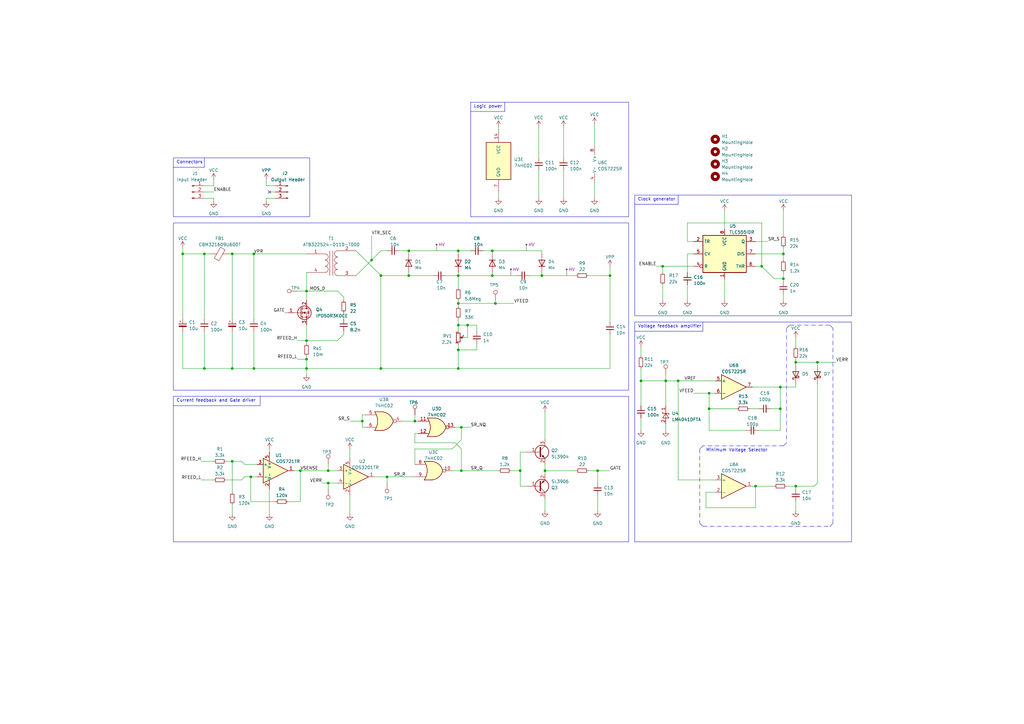
<source format=kicad_sch>
(kicad_sch (version 20230121) (generator eeschema)

  (uuid cbce1c9b-145a-4699-84cc-032e6740ebf0)

  (paper "A3")

  (title_block
    (title "170V Boost converter and controller")
    (rev "V1")
    (company "Alessandro Mauri")
  )

  

  (junction (at 134.62 198.12) (diameter 0) (color 0 0 0 0)
    (uuid 037bc7e2-60f8-4ad7-a79a-1ab5137811b4)
  )
  (junction (at 335.28 148.59) (diameter 0) (color 0 0 0 0)
    (uuid 05e7d7ef-d3ff-4c82-95b9-b7b1e2fd50e7)
  )
  (junction (at 222.25 113.03) (diameter 0) (color 0 0 0 0)
    (uuid 0aaa9dbb-41c4-4219-ae69-b112f6a86571)
  )
  (junction (at 321.31 114.3) (diameter 0) (color 0 0 0 0)
    (uuid 10585718-050b-4a64-9f3f-f980a51ababb)
  )
  (junction (at 187.96 124.46) (diameter 0) (color 0 0 0 0)
    (uuid 20649430-1e00-4e94-b285-1f369bfe7146)
  )
  (junction (at 83.82 151.13) (diameter 0) (color 0 0 0 0)
    (uuid 2181eb68-139d-495f-9818-9c3ef9ca9531)
  )
  (junction (at 104.14 151.13) (diameter 0) (color 0 0 0 0)
    (uuid 27f888b8-a6f7-4f8a-a863-c8aa21dddf3e)
  )
  (junction (at 187.96 143.51) (diameter 0) (color 0 0 0 0)
    (uuid 2e9cb789-cde9-4078-8927-8e4a92557746)
  )
  (junction (at 290.83 167.64) (diameter 0) (color 0 0 0 0)
    (uuid 35b7aeef-5d18-4d21-8433-d0d8ed5d7845)
  )
  (junction (at 201.93 113.03) (diameter 0) (color 0 0 0 0)
    (uuid 361a9328-8a96-4c03-b9f2-2500c1e13ad2)
  )
  (junction (at 326.39 199.39) (diameter 0) (color 0 0 0 0)
    (uuid 3ad35328-2380-4a9c-b7c9-232828ea2287)
  )
  (junction (at 102.87 195.58) (diameter 0) (color 0 0 0 0)
    (uuid 3c7252d8-e5c0-4d81-a767-3123adf75f81)
  )
  (junction (at 187.96 151.13) (diameter 0) (color 0 0 0 0)
    (uuid 3de06667-26d6-46a3-a9a7-fc3c8a39a876)
  )
  (junction (at 309.88 199.39) (diameter 0) (color 0 0 0 0)
    (uuid 3f433c90-6fc7-4eb6-8ee6-0083828d81e8)
  )
  (junction (at 123.19 193.04) (diameter 0) (color 0 0 0 0)
    (uuid 41b28f68-4cb2-4d88-ad48-124dc4e00531)
  )
  (junction (at 156.21 151.13) (diameter 0) (color 0 0 0 0)
    (uuid 446da3d9-efcb-45e5-b834-7f61beb212d6)
  )
  (junction (at 95.25 189.23) (diameter 0) (color 0 0 0 0)
    (uuid 48fd5879-d73a-4d58-a27d-e9ba564676d2)
  )
  (junction (at 245.11 193.04) (diameter 0) (color 0 0 0 0)
    (uuid 49c35e0a-6950-4b1c-9db0-92c4f39c8811)
  )
  (junction (at 191.77 133.35) (diameter 0) (color 0 0 0 0)
    (uuid 4b2ba0b4-7732-4a15-88f2-9a851e8ff6d0)
  )
  (junction (at 134.62 193.04) (diameter 0) (color 0 0 0 0)
    (uuid 4b7b5556-8f25-4d9d-a988-60a1365b03d9)
  )
  (junction (at 250.19 113.03) (diameter 0) (color 0 0 0 0)
    (uuid 4f7252f4-14df-464a-867f-bf7f4746796d)
  )
  (junction (at 320.04 158.75) (diameter 0) (color 0 0 0 0)
    (uuid 51394fd0-3264-4f25-aa12-ac5dd5051fc0)
  )
  (junction (at 167.64 102.87) (diameter 0) (color 0 0 0 0)
    (uuid 5d34ba1a-56cb-476f-94c8-31c261ad09a0)
  )
  (junction (at 213.36 193.04) (diameter 0) (color 0 0 0 0)
    (uuid 5d7c4d2a-3a2d-445f-b45f-16a90051a842)
  )
  (junction (at 167.64 113.03) (diameter 0) (color 0 0 0 0)
    (uuid 5f3d4238-30a3-4c77-87cc-0edd8d7530a0)
  )
  (junction (at 104.14 104.14) (diameter 0) (color 0 0 0 0)
    (uuid 63f041bd-9efb-4506-89d8-c45f072938e9)
  )
  (junction (at 187.96 102.87) (diameter 0) (color 0 0 0 0)
    (uuid 64b35b99-6ef3-4d08-96d4-c2f2f9452c24)
  )
  (junction (at 125.73 151.13) (diameter 0) (color 0 0 0 0)
    (uuid 7450e237-3542-484e-a401-90d6ed0cfa24)
  )
  (junction (at 95.25 104.14) (diameter 0) (color 0 0 0 0)
    (uuid 752c2214-81d8-4bd7-95fe-318e9cc56131)
  )
  (junction (at 152.4 106.68) (diameter 0) (color 0 0 0 0)
    (uuid 75f55b88-f0b7-49ad-a13a-06160ebfeaa6)
  )
  (junction (at 156.21 113.03) (diameter 0) (color 0 0 0 0)
    (uuid 8565dd7a-71ab-4a48-9a6f-17e035483375)
  )
  (junction (at 83.82 104.14) (diameter 0) (color 0 0 0 0)
    (uuid 87fe3f9a-74f6-4c69-8e3e-7cff88e3ec0e)
  )
  (junction (at 187.96 113.03) (diameter 0) (color 0 0 0 0)
    (uuid 8cef1d04-c561-41b0-9641-11b43ed34667)
  )
  (junction (at 320.04 167.64) (diameter 0) (color 0 0 0 0)
    (uuid 91e3bdd1-4c5f-4246-8087-9adcf40ad407)
  )
  (junction (at 189.23 175.26) (diameter 0) (color 0 0 0 0)
    (uuid 9ed8efc2-717d-41b2-88b3-d727a352b300)
  )
  (junction (at 273.05 156.21) (diameter 0) (color 0 0 0 0)
    (uuid a2cda6aa-ce7d-4fe5-a219-ae329e5f739e)
  )
  (junction (at 189.23 193.04) (diameter 0) (color 0 0 0 0)
    (uuid a5fea039-c385-49b1-9abf-4f2c3ff4c849)
  )
  (junction (at 201.93 102.87) (diameter 0) (color 0 0 0 0)
    (uuid ab3fefa5-034a-46b3-a75e-028955529cdf)
  )
  (junction (at 326.39 148.59) (diameter 0) (color 0 0 0 0)
    (uuid bd8a268b-a041-4de5-8ad2-e02c212a9143)
  )
  (junction (at 125.73 147.32) (diameter 0) (color 0 0 0 0)
    (uuid bedd0b38-829e-4bea-8bb2-924df70f622a)
  )
  (junction (at 321.31 104.14) (diameter 0) (color 0 0 0 0)
    (uuid bf82d548-c56f-4790-a8ea-8aa48d0af590)
  )
  (junction (at 148.59 172.72) (diameter 0) (color 0 0 0 0)
    (uuid bfb64b0f-1ebe-498c-9032-5c544cb4011f)
  )
  (junction (at 223.52 193.04) (diameter 0) (color 0 0 0 0)
    (uuid ca950303-0e30-4253-b242-d6c5e1b974e9)
  )
  (junction (at 74.93 104.14) (diameter 0) (color 0 0 0 0)
    (uuid d030cabf-a5ba-4963-adc7-858525385303)
  )
  (junction (at 271.78 109.22) (diameter 0) (color 0 0 0 0)
    (uuid d145e8ea-dc2f-4494-a989-f43e3a7df23b)
  )
  (junction (at 95.25 151.13) (diameter 0) (color 0 0 0 0)
    (uuid d595b2ef-bccf-4d7c-bc72-d82087674376)
  )
  (junction (at 262.89 156.21) (diameter 0) (color 0 0 0 0)
    (uuid db9fd39a-5cb4-4f72-84b4-cb9c1c251920)
  )
  (junction (at 290.83 161.29) (diameter 0) (color 0 0 0 0)
    (uuid dd891383-b55e-443d-b533-88569e3671ea)
  )
  (junction (at 158.75 195.58) (diameter 0) (color 0 0 0 0)
    (uuid e0b7f66a-38bf-4f60-8657-7d50d73b8c76)
  )
  (junction (at 187.96 133.35) (diameter 0) (color 0 0 0 0)
    (uuid e1617fd2-c844-49a0-b380-62ff52275dcd)
  )
  (junction (at 170.18 172.72) (diameter 0) (color 0 0 0 0)
    (uuid e1720c9b-aa74-443c-ac64-ffc36994908c)
  )
  (junction (at 278.13 156.21) (diameter 0) (color 0 0 0 0)
    (uuid e4c81687-4498-4523-ba06-5b9afcd96b0e)
  )
  (junction (at 125.73 119.38) (diameter 0) (color 0 0 0 0)
    (uuid e4f336fa-9732-4bba-9e89-8ca39e856c51)
  )
  (junction (at 125.73 139.7) (diameter 0) (color 0 0 0 0)
    (uuid e87291da-ee9b-4258-beae-2dd05c4ee409)
  )
  (junction (at 203.2 124.46) (diameter 0) (color 0 0 0 0)
    (uuid e9606684-adf5-4413-b59e-541063aae562)
  )
  (junction (at 312.42 109.22) (diameter 0) (color 0 0 0 0)
    (uuid ff71b40a-9674-48b2-b6bb-bf5857f8504d)
  )

  (no_connect (at 110.49 78.74) (uuid 78bbbfb7-ca68-41e2-b68d-166d6bed0f39))

  (wire (pts (xy 189.23 184.15) (xy 189.23 193.04))
    (stroke (width 0) (type default))
    (uuid 0116daf0-5ae0-487c-9bb4-b0f552da91cf)
  )
  (wire (pts (xy 92.71 189.23) (xy 95.25 189.23))
    (stroke (width 0) (type default))
    (uuid 029d30c4-19d2-49db-94b9-61b8a5c424bd)
  )
  (wire (pts (xy 74.93 104.14) (xy 74.93 130.81))
    (stroke (width 0) (type default))
    (uuid 0523a9a6-9760-4433-9490-9db5ea44377a)
  )
  (wire (pts (xy 309.88 109.22) (xy 312.42 109.22))
    (stroke (width 0) (type default))
    (uuid 0546260d-5e28-4b62-b2bd-4c05a80a9019)
  )
  (wire (pts (xy 140.97 137.16) (xy 138.43 139.7))
    (stroke (width 0) (type default))
    (uuid 059008a1-6aee-4c3f-b695-1e7a6c43459c)
  )
  (wire (pts (xy 273.05 156.21) (xy 273.05 166.37))
    (stroke (width 0) (type default))
    (uuid 06b88a68-cc3b-4266-a3d9-2ea372e7e58d)
  )
  (wire (pts (xy 191.77 133.35) (xy 191.77 138.43))
    (stroke (width 0) (type default))
    (uuid 07cce6de-5d8b-4fcd-9375-d7c8445ab389)
  )
  (wire (pts (xy 187.96 102.87) (xy 187.96 104.14))
    (stroke (width 0) (type default))
    (uuid 07d0c83b-d465-4260-af0d-9562fcc7ea54)
  )
  (wire (pts (xy 269.24 109.22) (xy 271.78 109.22))
    (stroke (width 0) (type default))
    (uuid 082275df-5e1c-419e-a647-6b7a9ace55bb)
  )
  (wire (pts (xy 170.18 170.18) (xy 170.18 172.72))
    (stroke (width 0) (type default))
    (uuid 08dc4543-eb54-4d94-8839-915bd10a397c)
  )
  (polyline (pts (xy 287.02 214.63) (xy 288.29 215.9))
    (stroke (width 0) (type dash_dot))
    (uuid 0aa8aaea-51fc-4ac0-9c7b-15788f800b12)
  )

  (wire (pts (xy 170.18 184.15) (xy 185.42 184.15))
    (stroke (width 0) (type default))
    (uuid 0ad95cde-65e6-4e14-81a7-16780057154f)
  )
  (wire (pts (xy 132.08 198.12) (xy 134.62 198.12))
    (stroke (width 0) (type default))
    (uuid 0c3f23cb-6f7e-4585-af67-e252b7c1627d)
  )
  (wire (pts (xy 92.71 196.85) (xy 99.06 196.85))
    (stroke (width 0) (type default))
    (uuid 0cb45fac-a2c4-4b4f-9d9b-58849e00dbc9)
  )
  (wire (pts (xy 326.39 147.32) (xy 326.39 148.59))
    (stroke (width 0) (type default))
    (uuid 0d6a0d43-0047-4710-ba15-8d907f290897)
  )
  (wire (pts (xy 290.83 176.53) (xy 306.07 176.53))
    (stroke (width 0) (type default))
    (uuid 0ded2909-bf29-4026-857e-ea158000a96a)
  )
  (wire (pts (xy 125.73 146.05) (xy 125.73 147.32))
    (stroke (width 0) (type default))
    (uuid 0fe09758-33d1-4565-86f5-616694ebfcb3)
  )
  (wire (pts (xy 271.78 116.84) (xy 271.78 123.19))
    (stroke (width 0) (type default))
    (uuid 1019c5cb-a2ab-40b5-85ff-1735d6a0638f)
  )
  (polyline (pts (xy 340.36 215.9) (xy 341.63 214.63))
    (stroke (width 0) (type dash_dot))
    (uuid 10c592a9-c317-4ffd-a369-e15b603c2f8d)
  )

  (wire (pts (xy 241.3 113.03) (xy 250.19 113.03))
    (stroke (width 0) (type default))
    (uuid 11134033-96bb-4b28-8df1-9c7ec1f76c7b)
  )
  (wire (pts (xy 156.21 113.03) (xy 167.64 113.03))
    (stroke (width 0) (type default))
    (uuid 114b4a40-17c1-42a3-b10e-c3e42d50915f)
  )
  (wire (pts (xy 93.98 104.14) (xy 95.25 104.14))
    (stroke (width 0) (type default))
    (uuid 11618ab3-0776-422e-8e53-a082be85b8bd)
  )
  (wire (pts (xy 185.42 193.04) (xy 189.23 193.04))
    (stroke (width 0) (type default))
    (uuid 11978129-f97f-4579-92fc-6ecae7caeb0d)
  )
  (wire (pts (xy 134.62 198.12) (xy 138.43 198.12))
    (stroke (width 0) (type default))
    (uuid 11f4312a-b18f-43a6-b47f-197e2a5921f3)
  )
  (wire (pts (xy 167.64 113.03) (xy 177.8 113.03))
    (stroke (width 0) (type default))
    (uuid 1236f8bc-1321-44da-988f-3eb1e9fd1d8e)
  )
  (wire (pts (xy 187.96 143.51) (xy 195.58 143.51))
    (stroke (width 0) (type default))
    (uuid 12bc9f8b-44dd-4e02-993e-e38727921858)
  )
  (wire (pts (xy 110.49 78.74) (xy 113.03 78.74))
    (stroke (width 0) (type default))
    (uuid 13a5eaea-0762-40ef-b42d-213d4fb67283)
  )
  (wire (pts (xy 187.96 140.97) (xy 187.96 143.51))
    (stroke (width 0) (type default))
    (uuid 13f75b46-4163-47ad-a90e-f3f148a64483)
  )
  (wire (pts (xy 125.73 119.38) (xy 125.73 123.19))
    (stroke (width 0) (type default))
    (uuid 148cc764-d17c-4b63-834d-ab40c327dd8e)
  )
  (wire (pts (xy 125.73 151.13) (xy 125.73 153.67))
    (stroke (width 0) (type default))
    (uuid 1653827a-1132-42b1-be9f-0482b3fe7541)
  )
  (wire (pts (xy 140.97 121.92) (xy 138.43 119.38))
    (stroke (width 0) (type default))
    (uuid 16f878cd-68b5-45fd-9e23-aa697ad549e0)
  )
  (wire (pts (xy 95.25 207.01) (xy 95.25 210.82))
    (stroke (width 0) (type default))
    (uuid 180881a4-44c6-4792-b00a-8cc125de0b2e)
  )
  (wire (pts (xy 309.88 199.39) (xy 317.5 199.39))
    (stroke (width 0) (type default))
    (uuid 18dcd814-b713-4907-91fe-6075d789d0bb)
  )
  (wire (pts (xy 187.96 124.46) (xy 187.96 125.73))
    (stroke (width 0) (type default))
    (uuid 1b1c2b6a-c614-44f1-9c1c-7566901bcbf2)
  )
  (polyline (pts (xy 323.85 133.35) (xy 322.58 134.62))
    (stroke (width 0) (type dash_dot))
    (uuid 1b4f8558-ffed-4834-aabc-6128bc1ff631)
  )

  (wire (pts (xy 189.23 175.26) (xy 189.23 180.34))
    (stroke (width 0) (type default))
    (uuid 1b5dfe4c-25dd-477f-8bb8-3b572a928085)
  )
  (wire (pts (xy 146.05 102.87) (xy 156.21 113.03))
    (stroke (width 0) (type default))
    (uuid 1d7c7f4e-5486-4a19-b25a-70bb36be51e3)
  )
  (polyline (pts (xy 322.58 134.62) (xy 322.58 181.61))
    (stroke (width 0) (type dash_dot))
    (uuid 1dac0dd4-cc3f-47c3-bfc4-dcaaf515b961)
  )
  (polyline (pts (xy 341.63 214.63) (xy 341.63 134.62))
    (stroke (width 0) (type dash_dot))
    (uuid 1fc58c0d-8b7e-408c-b537-38ba98dc34e8)
  )
  (polyline (pts (xy 71.12 166.37) (xy 106.68 166.37))
    (stroke (width 0) (type default))
    (uuid 22a94817-e476-47d8-b824-12ffffd61574)
  )

  (wire (pts (xy 95.25 189.23) (xy 95.25 201.93))
    (stroke (width 0) (type default))
    (uuid 240258d7-8ff0-4b91-b80f-0177e8175b25)
  )
  (wire (pts (xy 123.19 193.04) (xy 134.62 193.04))
    (stroke (width 0) (type default))
    (uuid 24b1edf6-75ff-4d48-8225-050183435429)
  )
  (wire (pts (xy 186.69 175.26) (xy 189.23 175.26))
    (stroke (width 0) (type default))
    (uuid 24d0f39a-f271-4e1c-82ee-c64fa35041d9)
  )
  (wire (pts (xy 187.96 113.03) (xy 201.93 113.03))
    (stroke (width 0) (type default))
    (uuid 259fb412-9472-49e6-9659-158a12bdf00c)
  )
  (wire (pts (xy 156.21 151.13) (xy 187.96 151.13))
    (stroke (width 0) (type default))
    (uuid 2aacb643-24ba-4ea8-98fd-db3afc18239a)
  )
  (wire (pts (xy 148.59 175.26) (xy 149.86 175.26))
    (stroke (width 0) (type default))
    (uuid 2b0be129-9c63-4907-9b1d-6c60ba7a410b)
  )
  (wire (pts (xy 109.22 81.28) (xy 113.03 81.28))
    (stroke (width 0) (type default))
    (uuid 2b5bd6e1-8549-4af2-8aae-90de48e3e8b0)
  )
  (wire (pts (xy 190.5 138.43) (xy 191.77 138.43))
    (stroke (width 0) (type default))
    (uuid 2b85d2a6-08a7-450b-9b0b-62556a4db3e1)
  )
  (wire (pts (xy 83.82 104.14) (xy 86.36 104.14))
    (stroke (width 0) (type default))
    (uuid 2c8cf957-4f74-43bb-8183-63c127ac34a2)
  )
  (wire (pts (xy 125.73 139.7) (xy 138.43 139.7))
    (stroke (width 0) (type default))
    (uuid 2d58286d-582b-49c1-8a2f-f15e748d074b)
  )
  (wire (pts (xy 243.84 50.8) (xy 243.84 59.69))
    (stroke (width 0) (type default))
    (uuid 2dec5d8b-a214-4b57-8337-261a4a0e2bcb)
  )
  (wire (pts (xy 320.04 158.75) (xy 326.39 158.75))
    (stroke (width 0) (type default))
    (uuid 2f3e1ba0-6426-404e-a702-36b79b2e4cfd)
  )
  (wire (pts (xy 95.25 104.14) (xy 95.25 130.81))
    (stroke (width 0) (type default))
    (uuid 317de16a-fbfa-48f1-86e3-11801cd44095)
  )
  (wire (pts (xy 102.87 195.58) (xy 102.87 205.74))
    (stroke (width 0) (type default))
    (uuid 32b2e9eb-dc25-4f96-ba9e-144ea9e71ba9)
  )
  (wire (pts (xy 102.87 205.74) (xy 113.03 205.74))
    (stroke (width 0) (type default))
    (uuid 35426e01-d3d4-4f94-aa27-6dfb3d8ee661)
  )
  (wire (pts (xy 83.82 151.13) (xy 95.25 151.13))
    (stroke (width 0) (type default))
    (uuid 36b59985-bd32-4696-acc2-3fdfcec0b6a0)
  )
  (wire (pts (xy 104.14 104.14) (xy 104.14 130.81))
    (stroke (width 0) (type default))
    (uuid 36f209b2-f25c-4850-8cf0-0a3108451c17)
  )
  (wire (pts (xy 74.93 101.6) (xy 74.93 104.14))
    (stroke (width 0) (type default))
    (uuid 370d0da6-7c7c-4cc8-9c89-1ec4079e1945)
  )
  (wire (pts (xy 152.4 96.52) (xy 152.4 106.68))
    (stroke (width 0) (type default))
    (uuid 38c75e5c-d0b3-411a-96c4-097dd7ae1f59)
  )
  (wire (pts (xy 74.93 135.89) (xy 74.93 151.13))
    (stroke (width 0) (type default))
    (uuid 38fc6213-775e-4097-b70f-fb43e1c2eb70)
  )
  (wire (pts (xy 95.25 151.13) (xy 104.14 151.13))
    (stroke (width 0) (type default))
    (uuid 39d96483-185a-4ac9-8ee6-211ef0558c0b)
  )
  (wire (pts (xy 87.63 81.28) (xy 87.63 82.55))
    (stroke (width 0) (type default))
    (uuid 3aec9869-d135-4a45-895c-8c361cbcc68e)
  )
  (wire (pts (xy 95.25 104.14) (xy 104.14 104.14))
    (stroke (width 0) (type default))
    (uuid 3ba0907d-5215-40b6-9c7f-feb2c78d2956)
  )
  (wire (pts (xy 167.64 102.87) (xy 187.96 102.87))
    (stroke (width 0) (type default))
    (uuid 3c1c91a2-9b3d-4dd9-8f40-431bfef7c171)
  )
  (wire (pts (xy 187.96 133.35) (xy 187.96 135.89))
    (stroke (width 0) (type default))
    (uuid 3c6a54c5-e45f-4dce-ba58-12a5e36ec899)
  )
  (wire (pts (xy 217.17 113.03) (xy 222.25 113.03))
    (stroke (width 0) (type default))
    (uuid 3ce797c6-6d59-40ed-90c2-b0cdc7843150)
  )
  (wire (pts (xy 326.39 199.39) (xy 326.39 200.66))
    (stroke (width 0) (type default))
    (uuid 3e801497-4719-481c-ade8-06f4a4f756c8)
  )
  (wire (pts (xy 125.73 111.76) (xy 125.73 119.38))
    (stroke (width 0) (type default))
    (uuid 3f6b02a8-c747-4473-b23c-374fc846daec)
  )
  (polyline (pts (xy 71.12 68.58) (xy 83.82 68.58))
    (stroke (width 0) (type default))
    (uuid 41062b12-b46b-4955-b9eb-f048e2454191)
  )

  (wire (pts (xy 326.39 158.75) (xy 326.39 157.48))
    (stroke (width 0) (type default))
    (uuid 412dc3ad-a65c-4b21-b4ee-aee881d4b377)
  )
  (wire (pts (xy 231.14 69.85) (xy 231.14 81.28))
    (stroke (width 0) (type default))
    (uuid 424845c2-c144-486f-944b-d11958b06609)
  )
  (wire (pts (xy 143.51 203.2) (xy 143.51 210.82))
    (stroke (width 0) (type default))
    (uuid 428d6fba-79f3-4e01-a6e2-bd65e798cb4d)
  )
  (wire (pts (xy 195.58 133.35) (xy 195.58 135.89))
    (stroke (width 0) (type default))
    (uuid 437084c6-869b-405f-be58-f7d4ad1d5ed5)
  )
  (wire (pts (xy 222.25 113.03) (xy 236.22 113.03))
    (stroke (width 0) (type default))
    (uuid 4594d987-cb70-4ced-aa6e-3c4cc651b100)
  )
  (wire (pts (xy 320.04 158.75) (xy 320.04 167.64))
    (stroke (width 0) (type default))
    (uuid 460597f8-0978-46d5-91fa-96d82ad4d837)
  )
  (wire (pts (xy 278.13 156.21) (xy 278.13 196.85))
    (stroke (width 0) (type default))
    (uuid 4655cf7f-3543-4ed1-8345-4d42bad3325e)
  )
  (wire (pts (xy 284.48 161.29) (xy 290.83 161.29))
    (stroke (width 0) (type default))
    (uuid 47117b89-1713-4a28-9781-2169736b56e6)
  )
  (wire (pts (xy 281.94 91.44) (xy 281.94 99.06))
    (stroke (width 0) (type default))
    (uuid 47bf9120-edca-4953-b776-2032447e4f4f)
  )
  (wire (pts (xy 116.84 128.27) (xy 118.11 128.27))
    (stroke (width 0) (type default))
    (uuid 48b9c60d-cd8f-4240-9351-9da8da86d867)
  )
  (polyline (pts (xy 322.58 181.61) (xy 321.31 182.88))
    (stroke (width 0) (type dash_dot))
    (uuid 49762f6f-d9a8-4346-b1a6-62bcee5ff5da)
  )

  (wire (pts (xy 262.89 156.21) (xy 262.89 166.37))
    (stroke (width 0) (type default))
    (uuid 4a078500-bb9a-45dd-ab74-840667a2630d)
  )
  (wire (pts (xy 271.78 109.22) (xy 284.48 109.22))
    (stroke (width 0) (type default))
    (uuid 4d2dff06-6f13-43b7-8ebd-9e7f7b7267cb)
  )
  (wire (pts (xy 99.06 196.85) (xy 100.33 195.58))
    (stroke (width 0) (type default))
    (uuid 4e362d86-ebd8-44f2-a941-ee81112a437e)
  )
  (wire (pts (xy 167.64 102.87) (xy 167.64 104.14))
    (stroke (width 0) (type default))
    (uuid 4ee770bc-7312-4f18-aa2f-8da8bb3b3587)
  )
  (wire (pts (xy 220.98 52.07) (xy 220.98 64.77))
    (stroke (width 0) (type default))
    (uuid 4efc5cfd-f9b7-433c-8c85-58342a0e6e1c)
  )
  (wire (pts (xy 309.88 104.14) (xy 321.31 104.14))
    (stroke (width 0) (type default))
    (uuid 4f0492aa-d354-4a2f-957a-b0c16661933b)
  )
  (polyline (pts (xy 106.68 162.56) (xy 106.68 166.37))
    (stroke (width 0) (type default))
    (uuid 4f4aa186-90c6-4f6c-8f26-badd20d091a9)
  )

  (wire (pts (xy 121.92 139.7) (xy 125.73 139.7))
    (stroke (width 0) (type default))
    (uuid 50b82c17-e83d-4419-b7ef-7a9b9aa3fdd3)
  )
  (wire (pts (xy 204.47 52.07) (xy 204.47 53.34))
    (stroke (width 0) (type default))
    (uuid 50cd578b-2036-4880-b613-af1075a8cde1)
  )
  (wire (pts (xy 120.65 193.04) (xy 123.19 193.04))
    (stroke (width 0) (type default))
    (uuid 5151bba6-b64a-4612-8af3-3310311fc467)
  )
  (wire (pts (xy 317.5 114.3) (xy 321.31 114.3))
    (stroke (width 0) (type default))
    (uuid 5266b4eb-34e6-4cf9-bb39-b0a6727956ee)
  )
  (wire (pts (xy 278.13 156.21) (xy 293.37 156.21))
    (stroke (width 0) (type default))
    (uuid 5375a4da-8b77-499f-b340-cbcb72768492)
  )
  (wire (pts (xy 187.96 130.81) (xy 187.96 133.35))
    (stroke (width 0) (type default))
    (uuid 55030f98-e02c-4d39-bf63-7c5760d0a68b)
  )
  (wire (pts (xy 222.25 111.76) (xy 222.25 113.03))
    (stroke (width 0) (type default))
    (uuid 55413978-7918-46e9-b3ea-fe6f8594e830)
  )
  (wire (pts (xy 262.89 142.24) (xy 262.89 146.05))
    (stroke (width 0) (type default))
    (uuid 55df151d-23b1-4146-a716-ac53d415bc0f)
  )
  (wire (pts (xy 187.96 102.87) (xy 193.04 102.87))
    (stroke (width 0) (type default))
    (uuid 57991b58-72b3-4eb2-bbf5-2466f4875c01)
  )
  (wire (pts (xy 278.13 196.85) (xy 293.37 196.85))
    (stroke (width 0) (type default))
    (uuid 57a25f6f-6c8f-4e50-b7ff-4ef20ca11ec5)
  )
  (polyline (pts (xy 83.82 64.77) (xy 83.82 68.58))
    (stroke (width 0) (type default))
    (uuid 57b11b2e-f075-4afd-92af-d4263ef019b0)
  )

  (wire (pts (xy 125.73 119.38) (xy 138.43 119.38))
    (stroke (width 0) (type default))
    (uuid 5880a721-586a-4e82-a14e-cc7751e6ad60)
  )
  (wire (pts (xy 321.31 101.6) (xy 321.31 104.14))
    (stroke (width 0) (type default))
    (uuid 591600ea-a007-4d6b-b115-08a50c84d794)
  )
  (polyline (pts (xy 260.35 83.82) (xy 278.13 83.82))
    (stroke (width 0) (type default))
    (uuid 5a035c1a-d949-4076-8323-d60668843d95)
  )

  (wire (pts (xy 82.55 189.23) (xy 87.63 189.23))
    (stroke (width 0) (type default))
    (uuid 5c4f449d-a203-4cde-a34c-92146cfb0ea8)
  )
  (wire (pts (xy 134.62 198.12) (xy 134.62 200.66))
    (stroke (width 0) (type default))
    (uuid 5d7abf0a-f885-45f7-9bfd-4d16c20f2c36)
  )
  (wire (pts (xy 121.92 147.32) (xy 125.73 147.32))
    (stroke (width 0) (type default))
    (uuid 608a5d5c-655c-49e0-be80-43a96642975b)
  )
  (wire (pts (xy 95.25 135.89) (xy 95.25 151.13))
    (stroke (width 0) (type default))
    (uuid 60fa5496-94d3-45ba-9107-7a8062464098)
  )
  (wire (pts (xy 222.25 102.87) (xy 222.25 104.14))
    (stroke (width 0) (type default))
    (uuid 6121b43d-bae3-4628-bc94-663c45d194e3)
  )
  (wire (pts (xy 82.55 196.85) (xy 87.63 196.85))
    (stroke (width 0) (type default))
    (uuid 61ae674b-df63-4062-a6c0-bd0872701c30)
  )
  (wire (pts (xy 273.05 153.67) (xy 273.05 156.21))
    (stroke (width 0) (type default))
    (uuid 62ea33ce-366b-4c6e-95b3-2236f71351d5)
  )
  (wire (pts (xy 271.78 109.22) (xy 271.78 111.76))
    (stroke (width 0) (type default))
    (uuid 63bb21ae-d8c4-49ca-aaf9-0fda339efa16)
  )
  (wire (pts (xy 321.31 104.14) (xy 321.31 106.68))
    (stroke (width 0) (type default))
    (uuid 655f1ba9-e3dc-4553-b6b8-4048c387926d)
  )
  (wire (pts (xy 223.52 190.5) (xy 223.52 193.04))
    (stroke (width 0) (type default))
    (uuid 656efe0e-aae8-4694-9dcf-fb25c0a10b7b)
  )
  (wire (pts (xy 201.93 111.76) (xy 201.93 113.03))
    (stroke (width 0) (type default))
    (uuid 662fb48d-9f3a-4f82-8a77-65bf63091b9a)
  )
  (wire (pts (xy 289.56 201.93) (xy 289.56 208.28))
    (stroke (width 0) (type default))
    (uuid 6a8fbae5-365a-4416-871a-74d01b4d246a)
  )
  (wire (pts (xy 201.93 113.03) (xy 212.09 113.03))
    (stroke (width 0) (type default))
    (uuid 6b38e574-e036-4df1-808b-4e4e90a45dbe)
  )
  (wire (pts (xy 213.36 185.42) (xy 215.9 185.42))
    (stroke (width 0) (type default))
    (uuid 6b537cea-10d5-441f-9bad-8aab7a184d6b)
  )
  (wire (pts (xy 143.51 184.15) (xy 143.51 187.96))
    (stroke (width 0) (type default))
    (uuid 6b6251aa-8087-407d-80f6-fb9fcdae1f81)
  )
  (wire (pts (xy 320.04 176.53) (xy 320.04 167.64))
    (stroke (width 0) (type default))
    (uuid 70d999ed-ec10-47e2-9db2-eb3c39553d7f)
  )
  (wire (pts (xy 321.31 86.36) (xy 321.31 96.52))
    (stroke (width 0) (type default))
    (uuid 7353ebd9-f067-4aaf-bf5c-f7a19f4979b1)
  )
  (wire (pts (xy 312.42 109.22) (xy 317.5 114.3))
    (stroke (width 0) (type default))
    (uuid 76d93c65-f65c-467f-a209-f9718549da14)
  )
  (polyline (pts (xy 341.63 134.62) (xy 340.36 133.35))
    (stroke (width 0) (type dash_dot))
    (uuid 77a200de-859f-486f-a01f-808861bb8c98)
  )

  (wire (pts (xy 134.62 193.04) (xy 138.43 193.04))
    (stroke (width 0) (type default))
    (uuid 794dd129-c36d-4f3b-a026-dc0532d8275c)
  )
  (wire (pts (xy 187.96 151.13) (xy 250.19 151.13))
    (stroke (width 0) (type default))
    (uuid 79b06e89-8c2c-41d7-be50-e4f80fc868c9)
  )
  (wire (pts (xy 74.93 151.13) (xy 83.82 151.13))
    (stroke (width 0) (type default))
    (uuid 7a3f6ed0-51cf-4a50-a7f2-ba7016149cf1)
  )
  (wire (pts (xy 297.18 86.36) (xy 297.18 93.98))
    (stroke (width 0) (type default))
    (uuid 7aa64d97-9325-4867-9021-4aa1cef5c146)
  )
  (wire (pts (xy 198.12 102.87) (xy 201.93 102.87))
    (stroke (width 0) (type default))
    (uuid 7ba3fc87-37df-47f5-be9e-331094b0e555)
  )
  (wire (pts (xy 308.61 199.39) (xy 309.88 199.39))
    (stroke (width 0) (type default))
    (uuid 7c819137-f2d0-44a8-b3c4-c93ee21c2b4c)
  )
  (wire (pts (xy 182.88 113.03) (xy 187.96 113.03))
    (stroke (width 0) (type default))
    (uuid 7e4e3a82-f188-47a4-9c4d-a0dedfac9a78)
  )
  (wire (pts (xy 326.39 138.43) (xy 326.39 142.24))
    (stroke (width 0) (type default))
    (uuid 7fb6ed98-2d46-454a-a868-efe4d1d36c9d)
  )
  (wire (pts (xy 100.33 190.5) (xy 105.41 190.5))
    (stroke (width 0) (type default))
    (uuid 7fdeeab5-4df9-4449-89e3-204426839230)
  )
  (wire (pts (xy 158.75 195.58) (xy 158.75 198.12))
    (stroke (width 0) (type default))
    (uuid 807c60e5-8817-4583-a1f3-029d37a147f1)
  )
  (wire (pts (xy 87.63 73.66) (xy 87.63 76.2))
    (stroke (width 0) (type default))
    (uuid 82096a7c-a616-4e5d-a56b-f3c8a9e99c2e)
  )
  (wire (pts (xy 326.39 148.59) (xy 326.39 149.86))
    (stroke (width 0) (type default))
    (uuid 82369518-29a4-425a-b19b-e2fccde0b9bc)
  )
  (wire (pts (xy 110.49 200.66) (xy 110.49 210.82))
    (stroke (width 0) (type default))
    (uuid 83ac3fa6-f487-4cfd-ac26-e260e8561a8f)
  )
  (wire (pts (xy 187.96 111.76) (xy 187.96 113.03))
    (stroke (width 0) (type default))
    (uuid 84166364-529d-464b-b84b-3c6db2df2b98)
  )
  (wire (pts (xy 262.89 151.13) (xy 262.89 156.21))
    (stroke (width 0) (type default))
    (uuid 8454cb43-4e06-4c44-a34d-09885e20a869)
  )
  (wire (pts (xy 289.56 208.28) (xy 309.88 208.28))
    (stroke (width 0) (type default))
    (uuid 84f19c2e-acd2-4298-bd7d-3b4ad9ac2536)
  )
  (wire (pts (xy 74.93 104.14) (xy 83.82 104.14))
    (stroke (width 0) (type default))
    (uuid 85d20927-3059-40fb-8b91-afa1fd50fb47)
  )
  (wire (pts (xy 187.96 143.51) (xy 187.96 151.13))
    (stroke (width 0) (type default))
    (uuid 86de7966-3d9d-41ee-9e71-1f73b38cb5fb)
  )
  (wire (pts (xy 204.47 78.74) (xy 204.47 81.28))
    (stroke (width 0) (type default))
    (uuid 88608f3d-f759-4746-b90f-bbe9bde7ae36)
  )
  (wire (pts (xy 290.83 167.64) (xy 302.26 167.64))
    (stroke (width 0) (type default))
    (uuid 891c50b1-af13-41bd-8406-7af164d8a6ee)
  )
  (wire (pts (xy 125.73 151.13) (xy 156.21 151.13))
    (stroke (width 0) (type default))
    (uuid 8a2844dc-d439-48ff-801c-cae4975734e1)
  )
  (wire (pts (xy 281.94 104.14) (xy 284.48 104.14))
    (stroke (width 0) (type default))
    (uuid 8cbfa957-862e-48a1-b82e-3c4163ea1f6c)
  )
  (wire (pts (xy 223.52 193.04) (xy 236.22 193.04))
    (stroke (width 0) (type default))
    (uuid 8ce4890c-98ad-4f5a-848c-271ac1e707a2)
  )
  (wire (pts (xy 148.59 172.72) (xy 148.59 175.26))
    (stroke (width 0) (type default))
    (uuid 8d83422e-31ca-4f54-835e-eda90920aa8f)
  )
  (wire (pts (xy 104.14 135.89) (xy 104.14 151.13))
    (stroke (width 0) (type default))
    (uuid 8d9aca6d-44d8-48fd-bb19-633f3faae9a0)
  )
  (wire (pts (xy 209.55 193.04) (xy 213.36 193.04))
    (stroke (width 0) (type default))
    (uuid 8e18a61f-2640-451a-9751-e1ba7cd4b848)
  )
  (wire (pts (xy 326.39 205.74) (xy 326.39 209.55))
    (stroke (width 0) (type default))
    (uuid 8e8eb6f6-6dd9-44fb-a908-707a86ce2a45)
  )
  (wire (pts (xy 250.19 113.03) (xy 250.19 132.08))
    (stroke (width 0) (type default))
    (uuid 8eebb118-5811-4bd9-bf74-6432c1126b0f)
  )
  (wire (pts (xy 308.61 158.75) (xy 320.04 158.75))
    (stroke (width 0) (type default))
    (uuid 8eff4edd-bf72-4e1e-b3d5-a43254d94cf8)
  )
  (wire (pts (xy 109.22 81.28) (xy 109.22 82.55))
    (stroke (width 0) (type default))
    (uuid 8f3503d3-b43a-4ad0-afbc-4dcc49ceb7a4)
  )
  (wire (pts (xy 326.39 148.59) (xy 335.28 148.59))
    (stroke (width 0) (type default))
    (uuid 904d9f1b-b210-47cd-8f69-f96637537715)
  )
  (wire (pts (xy 148.59 170.18) (xy 148.59 172.72))
    (stroke (width 0) (type default))
    (uuid 90cd9466-1747-4424-87f4-0f17ad1bd95a)
  )
  (wire (pts (xy 109.22 73.66) (xy 109.22 76.2))
    (stroke (width 0) (type default))
    (uuid 91b4f5a0-d198-47d5-8083-09b76efc29aa)
  )
  (wire (pts (xy 321.31 120.65) (xy 321.31 123.19))
    (stroke (width 0) (type default))
    (uuid 956e40d3-ab85-41f9-a52c-05c09848433f)
  )
  (wire (pts (xy 322.58 199.39) (xy 326.39 199.39))
    (stroke (width 0) (type default))
    (uuid 960f2056-974c-4211-b52f-a70422d603a6)
  )
  (wire (pts (xy 125.73 133.35) (xy 125.73 139.7))
    (stroke (width 0) (type default))
    (uuid 96d2eb72-ddfe-4a8b-a73f-ced9782e0373)
  )
  (wire (pts (xy 121.92 119.38) (xy 125.73 119.38))
    (stroke (width 0) (type default))
    (uuid 97718e05-e435-49da-9c22-942187cb8945)
  )
  (wire (pts (xy 311.15 176.53) (xy 320.04 176.53))
    (stroke (width 0) (type default))
    (uuid 98d376d6-cb93-47ad-96fc-c045a0837405)
  )
  (wire (pts (xy 297.18 114.3) (xy 297.18 123.19))
    (stroke (width 0) (type default))
    (uuid 99ac82c2-316d-44f6-b039-13725946e5d4)
  )
  (wire (pts (xy 118.11 205.74) (xy 123.19 205.74))
    (stroke (width 0) (type default))
    (uuid 9c146bbf-bec0-4840-9460-7d7738ff1751)
  )
  (wire (pts (xy 187.96 113.03) (xy 187.96 118.11))
    (stroke (width 0) (type default))
    (uuid 9fb26078-0471-4fce-a1fc-60a88973f16a)
  )
  (wire (pts (xy 223.52 168.91) (xy 223.52 180.34))
    (stroke (width 0) (type default))
    (uuid a4989d8e-5b08-486a-b137-ade0a598e5eb)
  )
  (wire (pts (xy 83.82 104.14) (xy 83.82 130.81))
    (stroke (width 0) (type default))
    (uuid a4d24d05-9c50-49f7-8e80-e77b081d75c9)
  )
  (wire (pts (xy 203.2 124.46) (xy 210.82 124.46))
    (stroke (width 0) (type default))
    (uuid a56b6b71-3bd2-4527-b434-d70fa521b50d)
  )
  (wire (pts (xy 281.94 116.84) (xy 281.94 123.19))
    (stroke (width 0) (type default))
    (uuid a927ec6a-220d-4252-9884-daf8c7d90bd4)
  )
  (wire (pts (xy 170.18 184.15) (xy 170.18 190.5))
    (stroke (width 0) (type default))
    (uuid a955446a-b583-4dca-8c82-5909788e9049)
  )
  (wire (pts (xy 335.28 198.12) (xy 334.01 199.39))
    (stroke (width 0) (type default))
    (uuid a9b8c486-d1d6-4827-b7a4-2e7d5cac5abf)
  )
  (wire (pts (xy 167.64 111.76) (xy 167.64 113.03))
    (stroke (width 0) (type default))
    (uuid ad55d248-a1a5-4d44-936b-7f9ac8162f80)
  )
  (wire (pts (xy 335.28 157.48) (xy 335.28 198.12))
    (stroke (width 0) (type default))
    (uuid ae3ccf0c-2e35-4324-b060-e55bd48f5d5e)
  )
  (wire (pts (xy 316.23 167.64) (xy 320.04 167.64))
    (stroke (width 0) (type default))
    (uuid af40ce15-9533-48bf-b21a-c7ef944b3d3c)
  )
  (wire (pts (xy 262.89 171.45) (xy 262.89 176.53))
    (stroke (width 0) (type default))
    (uuid b03a0086-2d71-40b4-883f-30b7ce79b766)
  )
  (wire (pts (xy 140.97 121.92) (xy 140.97 123.19))
    (stroke (width 0) (type default))
    (uuid b076ad0e-35f3-4e5e-9fe7-2a948d19aa62)
  )
  (polyline (pts (xy 287.02 184.15) (xy 287.02 214.63))
    (stroke (width 0) (type dash_dot))
    (uuid b0987e6f-35e4-42a1-b30f-baa6ac448f59)
  )

  (wire (pts (xy 290.83 161.29) (xy 293.37 161.29))
    (stroke (width 0) (type default))
    (uuid b0e4d692-b241-48eb-80ef-8b21075893fd)
  )
  (wire (pts (xy 189.23 180.34) (xy 185.42 184.15))
    (stroke (width 0) (type default))
    (uuid b1abee25-4c36-4e8a-b3c1-9add8be79421)
  )
  (polyline (pts (xy 193.04 45.72) (xy 207.01 45.72))
    (stroke (width 0) (type default))
    (uuid b1b3a974-aaaf-43fd-8bcf-15bd175141c0)
  )

  (wire (pts (xy 125.73 139.7) (xy 125.73 140.97))
    (stroke (width 0) (type default))
    (uuid b2918ebf-bde9-489a-8ecb-5663534790a1)
  )
  (wire (pts (xy 95.25 189.23) (xy 99.06 189.23))
    (stroke (width 0) (type default))
    (uuid b37fff30-11ca-4809-927f-c136323ff1b9)
  )
  (wire (pts (xy 290.83 176.53) (xy 290.83 167.64))
    (stroke (width 0) (type default))
    (uuid b41c23d5-0fee-4b46-aee9-b5ca7c1ad555)
  )
  (wire (pts (xy 312.42 91.44) (xy 312.42 109.22))
    (stroke (width 0) (type default))
    (uuid b51c4892-2cd4-4362-992a-3dffa055bf92)
  )
  (wire (pts (xy 83.82 78.74) (xy 87.63 78.74))
    (stroke (width 0) (type default))
    (uuid b57dcc02-8a7b-4061-ac94-a6744b6f4400)
  )
  (wire (pts (xy 170.18 177.8) (xy 170.18 181.61))
    (stroke (width 0) (type default))
    (uuid b5acaa5b-75f9-4558-9be8-d20a4b0015c9)
  )
  (wire (pts (xy 170.18 172.72) (xy 171.45 172.72))
    (stroke (width 0) (type default))
    (uuid b6f3d471-f07f-4c5c-b906-568d43ce2b73)
  )
  (wire (pts (xy 146.05 113.03) (xy 152.4 106.68))
    (stroke (width 0) (type default))
    (uuid b84eef69-0116-486c-a3f0-1255f8d56077)
  )
  (polyline (pts (xy 288.29 182.88) (xy 287.02 184.15))
    (stroke (width 0) (type dash_dot))
    (uuid b9608926-ebe6-49f0-806a-d5d82fce992e)
  )

  (wire (pts (xy 158.75 195.58) (xy 170.18 195.58))
    (stroke (width 0) (type default))
    (uuid bcd897d7-fc67-40d5-b975-b8a1248ab8d8)
  )
  (wire (pts (xy 273.05 173.99) (xy 273.05 176.53))
    (stroke (width 0) (type default))
    (uuid bdc3d212-ccf8-4d3c-a409-dc9077c7f280)
  )
  (wire (pts (xy 187.96 124.46) (xy 203.2 124.46))
    (stroke (width 0) (type default))
    (uuid bec3bf59-9ee3-4f20-95c8-ffcafacc41c5)
  )
  (wire (pts (xy 243.84 74.93) (xy 243.84 81.28))
    (stroke (width 0) (type default))
    (uuid bfd2b323-e92d-4ac8-8e96-59a81d13ef45)
  )
  (wire (pts (xy 321.31 114.3) (xy 321.31 115.57))
    (stroke (width 0) (type default))
    (uuid c0a82c77-61f9-42d2-8899-b79032cf783d)
  )
  (wire (pts (xy 148.59 170.18) (xy 149.86 170.18))
    (stroke (width 0) (type default))
    (uuid c110c3a7-75d5-4eae-8f62-a539d3b0e2fc)
  )
  (wire (pts (xy 143.51 172.72) (xy 148.59 172.72))
    (stroke (width 0) (type default))
    (uuid c11e04bf-a383-4118-be7c-8a0e03140d55)
  )
  (wire (pts (xy 223.52 193.04) (xy 223.52 194.31))
    (stroke (width 0) (type default))
    (uuid c1bae86e-fdc2-4e38-9bde-77390ce833b1)
  )
  (wire (pts (xy 335.28 148.59) (xy 342.9 148.59))
    (stroke (width 0) (type default))
    (uuid c1f0e6bc-9f35-4520-af78-5cb93d6909ca)
  )
  (wire (pts (xy 83.82 76.2) (xy 87.63 76.2))
    (stroke (width 0) (type default))
    (uuid c4f6739e-9ced-4b14-b2b5-c8623ccd5e2e)
  )
  (wire (pts (xy 104.14 151.13) (xy 125.73 151.13))
    (stroke (width 0) (type default))
    (uuid c524b326-2fa9-4a5a-ba08-6179dada6817)
  )
  (wire (pts (xy 123.19 193.04) (xy 123.19 205.74))
    (stroke (width 0) (type default))
    (uuid c52c3377-70e1-4533-8e3e-1bef862e8fec)
  )
  (wire (pts (xy 213.36 199.39) (xy 215.9 199.39))
    (stroke (width 0) (type default))
    (uuid c535c743-bbbf-416a-8838-e03993ef35db)
  )
  (wire (pts (xy 189.23 175.26) (xy 193.04 175.26))
    (stroke (width 0) (type default))
    (uuid c5b61d71-8d4c-4263-a19c-1f303fd75efe)
  )
  (wire (pts (xy 223.52 204.47) (xy 223.52 209.55))
    (stroke (width 0) (type default))
    (uuid c724277e-a870-47a8-87e1-61bb8ea72164)
  )
  (wire (pts (xy 100.33 195.58) (xy 102.87 195.58))
    (stroke (width 0) (type default))
    (uuid c7f332ca-415f-4f2f-ac4c-e305da6cab70)
  )
  (wire (pts (xy 245.11 203.2) (xy 245.11 209.55))
    (stroke (width 0) (type default))
    (uuid c9f55ee0-6f5b-4784-a934-24bfad2f3cbd)
  )
  (wire (pts (xy 152.4 106.68) (xy 156.21 102.87))
    (stroke (width 0) (type default))
    (uuid cae6c5d3-43c1-4c18-b5ce-c4f86bfcb24f)
  )
  (wire (pts (xy 165.1 172.72) (xy 170.18 172.72))
    (stroke (width 0) (type default))
    (uuid cb946610-e2c9-4585-bd02-7c80e551eecb)
  )
  (polyline (pts (xy 260.35 135.89) (xy 288.29 135.89))
    (stroke (width 0) (type default))
    (uuid cc6e4dec-9cf8-43fa-ac59-edb98767a251)
  )

  (wire (pts (xy 187.96 123.19) (xy 187.96 124.46))
    (stroke (width 0) (type default))
    (uuid cd594ea4-a2eb-4966-9878-f698e5476611)
  )
  (wire (pts (xy 281.94 104.14) (xy 281.94 111.76))
    (stroke (width 0) (type default))
    (uuid cef044e2-2f4c-4cec-be0d-e56f281fbd48)
  )
  (wire (pts (xy 201.93 102.87) (xy 201.93 104.14))
    (stroke (width 0) (type default))
    (uuid d0525aec-5b54-49d3-9d7f-91e0b58d047b)
  )
  (wire (pts (xy 335.28 148.59) (xy 335.28 149.86))
    (stroke (width 0) (type default))
    (uuid d1e47ada-59cf-4384-82ac-7a6082aff499)
  )
  (polyline (pts (xy 288.29 215.9) (xy 340.36 215.9))
    (stroke (width 0) (type dash_dot))
    (uuid d2629a67-10dd-4da9-af3c-ea1fe11e651e)
  )

  (wire (pts (xy 262.89 156.21) (xy 273.05 156.21))
    (stroke (width 0) (type default))
    (uuid d2ec55a7-49cb-4a35-a513-a2c5afaab15d)
  )
  (wire (pts (xy 87.63 81.28) (xy 83.82 81.28))
    (stroke (width 0) (type default))
    (uuid d3cf3eb5-f6af-4f6b-9947-39655b626554)
  )
  (wire (pts (xy 102.87 195.58) (xy 105.41 195.58))
    (stroke (width 0) (type default))
    (uuid d494d79c-fa8c-4549-b089-3cfc476ad6ad)
  )
  (polyline (pts (xy 207.01 41.91) (xy 207.01 45.72))
    (stroke (width 0) (type default))
    (uuid d4af7253-cd97-4cb1-86d2-5030e0b7c85d)
  )

  (wire (pts (xy 241.3 193.04) (xy 245.11 193.04))
    (stroke (width 0) (type default))
    (uuid d7843d86-5add-42db-b221-a81d62474b93)
  )
  (polyline (pts (xy 321.31 182.88) (xy 288.29 182.88))
    (stroke (width 0) (type dash_dot))
    (uuid d8dd8a8f-eeab-4562-9e7c-5b6d5741b87f)
  )

  (wire (pts (xy 307.34 167.64) (xy 311.15 167.64))
    (stroke (width 0) (type default))
    (uuid db64cd99-4d3a-49cf-bdf6-d567c07ba753)
  )
  (wire (pts (xy 125.73 147.32) (xy 125.73 151.13))
    (stroke (width 0) (type default))
    (uuid dc526526-928f-4ab6-be5b-b41bcee20bae)
  )
  (wire (pts (xy 140.97 128.27) (xy 140.97 130.81))
    (stroke (width 0) (type default))
    (uuid dd8c769b-0fb5-4357-b979-f8a67bb22e79)
  )
  (wire (pts (xy 134.62 190.5) (xy 134.62 193.04))
    (stroke (width 0) (type default))
    (uuid ded3a52e-422a-4a42-8b0e-da122f93bb10)
  )
  (wire (pts (xy 110.49 184.15) (xy 110.49 185.42))
    (stroke (width 0) (type default))
    (uuid ded52043-6a4e-4fdb-bdb7-33e705c70012)
  )
  (wire (pts (xy 213.36 185.42) (xy 213.36 193.04))
    (stroke (width 0) (type default))
    (uuid dfa10f60-c0ac-417c-95b7-ca7df1566407)
  )
  (wire (pts (xy 289.56 201.93) (xy 293.37 201.93))
    (stroke (width 0) (type default))
    (uuid e00cc0e7-a8f8-4ed4-9d82-1e3d41cb6ea5)
  )
  (wire (pts (xy 213.36 193.04) (xy 213.36 199.39))
    (stroke (width 0) (type default))
    (uuid e05e4329-0f5a-4442-9dc0-421e28b9c721)
  )
  (wire (pts (xy 321.31 111.76) (xy 321.31 114.3))
    (stroke (width 0) (type default))
    (uuid e071b06b-b226-4667-8a92-9d1d20b06dee)
  )
  (polyline (pts (xy 340.36 133.35) (xy 323.85 133.35))
    (stroke (width 0) (type dash_dot))
    (uuid e0e8e508-89e0-4314-a727-13c070d5f5cb)
  )

  (wire (pts (xy 245.11 193.04) (xy 250.19 193.04))
    (stroke (width 0) (type default))
    (uuid e221880e-380a-447b-bd57-2b3b0b44acda)
  )
  (wire (pts (xy 163.83 102.87) (xy 167.64 102.87))
    (stroke (width 0) (type default))
    (uuid e23af1a4-1fe4-4388-9bd1-e80e363a6b16)
  )
  (wire (pts (xy 156.21 113.03) (xy 156.21 151.13))
    (stroke (width 0) (type default))
    (uuid e38138b7-f346-4a1c-8eee-273bac1cf5d7)
  )
  (wire (pts (xy 273.05 156.21) (xy 278.13 156.21))
    (stroke (width 0) (type default))
    (uuid e49c6e9a-8b9d-468c-84ce-1b54b5cb46e9)
  )
  (wire (pts (xy 195.58 140.97) (xy 195.58 143.51))
    (stroke (width 0) (type default))
    (uuid e57f9bc2-aebe-4df5-9038-a41dcb2dbcdd)
  )
  (polyline (pts (xy 278.13 80.01) (xy 278.13 83.82))
    (stroke (width 0) (type default))
    (uuid e5d13fd3-2b89-4bcd-831b-008ed01ce8e8)
  )

  (wire (pts (xy 250.19 109.22) (xy 250.19 113.03))
    (stroke (width 0) (type default))
    (uuid e64760ab-6ac1-4c0a-b802-7808f3a1a56a)
  )
  (wire (pts (xy 245.11 193.04) (xy 245.11 198.12))
    (stroke (width 0) (type default))
    (uuid e7d847b2-cfb5-4dfb-8144-d3bc3061b463)
  )
  (polyline (pts (xy 288.29 132.08) (xy 288.29 135.89))
    (stroke (width 0) (type default))
    (uuid e82bebab-2995-4679-98d6-be6b8ce57c44)
  )

  (wire (pts (xy 187.96 133.35) (xy 191.77 133.35))
    (stroke (width 0) (type default))
    (uuid e85c3a2b-d6f5-4c88-ab67-4c6f73681a5a)
  )
  (wire (pts (xy 140.97 135.89) (xy 140.97 137.16))
    (stroke (width 0) (type default))
    (uuid e993a804-36d1-4038-b5df-f7ba237913ad)
  )
  (wire (pts (xy 326.39 199.39) (xy 334.01 199.39))
    (stroke (width 0) (type default))
    (uuid eaf8d49a-9934-4e7b-b9b6-d69354204376)
  )
  (wire (pts (xy 99.06 189.23) (xy 100.33 190.5))
    (stroke (width 0) (type default))
    (uuid ec82f644-8b7b-41a4-bf3d-209447c543c2)
  )
  (wire (pts (xy 191.77 133.35) (xy 195.58 133.35))
    (stroke (width 0) (type default))
    (uuid eccf0211-32b7-42b2-b581-3c9cbc0551e1)
  )
  (wire (pts (xy 203.2 123.19) (xy 203.2 124.46))
    (stroke (width 0) (type default))
    (uuid ecd2a4f3-c06d-4033-a5b3-3edcd3db8074)
  )
  (wire (pts (xy 281.94 91.44) (xy 312.42 91.44))
    (stroke (width 0) (type default))
    (uuid ed1d7200-afea-4a5e-94b3-5ed5361dd053)
  )
  (wire (pts (xy 170.18 177.8) (xy 171.45 177.8))
    (stroke (width 0) (type default))
    (uuid edfd9dc2-e97a-4d37-a878-60852b57c3cc)
  )
  (wire (pts (xy 156.21 102.87) (xy 158.75 102.87))
    (stroke (width 0) (type default))
    (uuid f14db83f-14c6-4551-814a-9b797d09ecc0)
  )
  (wire (pts (xy 201.93 102.87) (xy 222.25 102.87))
    (stroke (width 0) (type default))
    (uuid f173b014-4e8a-40f3-b67f-b06bb3e3bf06)
  )
  (wire (pts (xy 170.18 181.61) (xy 186.69 181.61))
    (stroke (width 0) (type default))
    (uuid f18a2ff6-24e8-4d6f-a0c7-d1385fbb1e9a)
  )
  (wire (pts (xy 309.88 99.06) (xy 314.96 99.06))
    (stroke (width 0) (type default))
    (uuid f3d76acc-1d00-4baa-a201-6799e385aace)
  )
  (wire (pts (xy 290.83 167.64) (xy 290.83 161.29))
    (stroke (width 0) (type default))
    (uuid f4ae4afc-854f-4998-bf8e-4c01ce0a9952)
  )
  (wire (pts (xy 189.23 193.04) (xy 204.47 193.04))
    (stroke (width 0) (type default))
    (uuid f6aeb7be-b72e-43d0-be4d-bb71de3db549)
  )
  (wire (pts (xy 153.67 195.58) (xy 158.75 195.58))
    (stroke (width 0) (type default))
    (uuid f779f2a2-33c1-4250-aa5c-9ee4acfca1a0)
  )
  (wire (pts (xy 231.14 52.07) (xy 231.14 64.77))
    (stroke (width 0) (type default))
    (uuid f9516458-efe6-42b8-aa36-d2f3713cbda4)
  )
  (wire (pts (xy 250.19 137.16) (xy 250.19 151.13))
    (stroke (width 0) (type default))
    (uuid fc407b96-f297-47dc-992d-f8237a31db95)
  )
  (wire (pts (xy 109.22 76.2) (xy 113.03 76.2))
    (stroke (width 0) (type default))
    (uuid fc556207-a71c-4010-8115-7f9ba80f98d3)
  )
  (wire (pts (xy 281.94 99.06) (xy 284.48 99.06))
    (stroke (width 0) (type default))
    (uuid fcce76eb-1902-4653-9dc5-938663b66849)
  )
  (wire (pts (xy 186.69 181.61) (xy 189.23 184.15))
    (stroke (width 0) (type default))
    (uuid fe86076d-4c86-4657-8a8a-6b674d86b145)
  )
  (wire (pts (xy 309.88 199.39) (xy 309.88 208.28))
    (stroke (width 0) (type default))
    (uuid feb8cea9-1a28-47fb-a87a-5d65d32ee759)
  )
  (wire (pts (xy 83.82 135.89) (xy 83.82 151.13))
    (stroke (width 0) (type default))
    (uuid ff32a165-c611-4bf7-9d01-037538f2e9f0)
  )
  (wire (pts (xy 220.98 69.85) (xy 220.98 81.28))
    (stroke (width 0) (type default))
    (uuid ffd26bd9-af0c-457b-a14d-88182b33fbab)
  )
  (wire (pts (xy 104.14 104.14) (xy 125.73 104.14))
    (stroke (width 0) (type default))
    (uuid fff39ac5-e877-4540-acbd-81288596f7fd)
  )

  (rectangle (start 71.12 64.77) (end 127 88.9)
    (stroke (width 0) (type default))
    (fill (type none))
    (uuid 1fc5a9c0-0f4f-4a48-bebb-2e3e40b6cafe)
  )
  (rectangle (start 193.04 41.91) (end 257.81 88.9)
    (stroke (width 0) (type default))
    (fill (type none))
    (uuid 26b76dbf-3f0c-4843-b2d9-ac0e9f8735a5)
  )
  (rectangle (start 260.35 132.08) (end 349.25 222.25)
    (stroke (width 0) (type default))
    (fill (type none))
    (uuid 72410894-23b7-483a-b204-caa219ce7cd2)
  )
  (rectangle (start 260.35 80.01) (end 349.25 129.54)
    (stroke (width 0) (type default))
    (fill (type none))
    (uuid 7ce2826c-d032-4804-8d53-85544533077b)
  )
  (rectangle (start 71.12 162.56) (end 257.81 222.25)
    (stroke (width 0) (type default))
    (fill (type none))
    (uuid b9e15c38-d43b-4721-b6a1-f4d319588645)
  )
  (rectangle (start 71.12 91.44) (end 257.81 160.02)
    (stroke (width 0) (type default))
    (fill (type none))
    (uuid cf6b70bc-5171-4b7b-8df6-6bbf98f6d95e)
  )

  (text "Voltage feedback amplifier" (at 261.62 134.62 0)
    (effects (font (size 1.27 1.27)) (justify left bottom))
    (uuid 04a4b1e6-da7c-4485-addf-5ee2fd3f5280)
  )
  (text "Logic power\n" (at 194.31 44.45 0)
    (effects (font (size 1.27 1.27)) (justify left bottom))
    (uuid 7053e177-fe30-40c4-abee-de0525d3c8b6)
  )
  (text "Connectors\n" (at 72.39 67.31 0)
    (effects (font (size 1.27 1.27)) (justify left bottom))
    (uuid 83644ea7-b33f-4ca1-ae17-8fe3fbf3eb79)
  )
  (text "Current feedback and Gate driver\n" (at 72.39 165.1 0)
    (effects (font (size 1.27 1.27)) (justify left bottom))
    (uuid d3a4c622-d7ea-4635-8cdf-0a0de050f783)
  )
  (text "Clock generator" (at 261.62 82.55 0)
    (effects (font (size 1.27 1.27)) (justify left bottom))
    (uuid e7224a49-9cae-4cf0-a263-a04ef4422757)
  )
  (text "Minimum Voltage Selector" (at 289.56 185.42 0)
    (effects (font (size 1.27 1.27)) (justify left bottom))
    (uuid f22807ac-dcb5-4553-8ef6-b76abbc43b50)
  )

  (label "VREF" (at 280.67 156.21 0) (fields_autoplaced)
    (effects (font (size 1.27 1.27)) (justify left bottom))
    (uuid 031bea05-14c5-46de-b01f-5c1e2d416841)
  )
  (label "VERR" (at 132.08 198.12 180) (fields_autoplaced)
    (effects (font (size 1.27 1.27)) (justify right bottom))
    (uuid 039fd49a-62cd-4f0c-9ab5-d191f24b40df)
  )
  (label "SR_S" (at 314.96 99.06 0) (fields_autoplaced)
    (effects (font (size 1.27 1.27)) (justify left bottom))
    (uuid 03ca45f4-5a43-43af-b09b-6938a52aed1a)
  )
  (label "RFEED_H" (at 121.92 139.7 180) (fields_autoplaced)
    (effects (font (size 1.27 1.27)) (justify right bottom))
    (uuid 1bdf714b-a75d-4066-9cd6-4f4b2c6be3c2)
  )
  (label "RFEED_H" (at 82.55 189.23 180) (fields_autoplaced)
    (effects (font (size 1.27 1.27)) (justify right bottom))
    (uuid 42f07abb-1033-4e3e-a8c1-21ecd175b5db)
  )
  (label "VFEED" (at 284.48 161.29 180) (fields_autoplaced)
    (effects (font (size 1.27 1.27)) (justify right bottom))
    (uuid 44adcfd7-83eb-446d-a8d4-720a2d25aedf)
  )
  (label "ENABLE" (at 269.24 109.22 180) (fields_autoplaced)
    (effects (font (size 1.27 1.27)) (justify right bottom))
    (uuid 62b6fa4f-690f-4cba-98b8-355d9a6f5343)
  )
  (label "VSENSE" (at 123.19 193.04 0) (fields_autoplaced)
    (effects (font (size 1.27 1.27)) (justify left bottom))
    (uuid 6c3c8190-2615-4b82-95df-624a02273b08)
  )
  (label "SR_R" (at 166.37 195.58 180) (fields_autoplaced)
    (effects (font (size 1.27 1.27)) (justify right bottom))
    (uuid 8c7f7051-f3ea-47b5-872c-8125f54c3106)
  )
  (label "VFEED" (at 210.82 124.46 0) (fields_autoplaced)
    (effects (font (size 1.27 1.27)) (justify left bottom))
    (uuid 991fbf5a-2d66-40a4-8f8c-b3cddffe71cf)
  )
  (label "VPR" (at 104.14 104.14 0) (fields_autoplaced)
    (effects (font (size 1.27 1.27)) (justify left bottom))
    (uuid 9ed84c09-f53a-42ca-9ae9-a6e1d67ee3fc)
  )
  (label "ENABLE" (at 87.63 78.74 0) (fields_autoplaced)
    (effects (font (size 1.27 1.27)) (justify left bottom))
    (uuid a214fc8b-7e44-432f-a9e1-c47fd4f10988)
  )
  (label "VERR" (at 342.9 148.59 0) (fields_autoplaced)
    (effects (font (size 1.27 1.27)) (justify left bottom))
    (uuid a43dfc0b-3969-4b0c-a420-fe7794a4d552)
  )
  (label "RFEED_L" (at 82.55 196.85 180) (fields_autoplaced)
    (effects (font (size 1.27 1.27)) (justify right bottom))
    (uuid ae01d273-d531-4b34-83ac-63d7f04b5804)
  )
  (label "GATE" (at 116.84 128.27 180) (fields_autoplaced)
    (effects (font (size 1.27 1.27)) (justify right bottom))
    (uuid c72a6c73-f011-41ce-87ef-6c6e3812fa1f)
  )
  (label "MOS_D" (at 127 119.38 0) (fields_autoplaced)
    (effects (font (size 1.27 1.27)) (justify left bottom))
    (uuid c92e1eeb-046d-4611-a0ef-db3cd7181cff)
  )
  (label "SR_NQ" (at 193.04 175.26 0) (fields_autoplaced)
    (effects (font (size 1.27 1.27)) (justify left bottom))
    (uuid d1284628-4ce9-49ba-93f1-58cea994abcf)
  )
  (label "RFEED_L" (at 121.92 147.32 180) (fields_autoplaced)
    (effects (font (size 1.27 1.27)) (justify right bottom))
    (uuid d47cd113-1cd0-4821-aa8d-323330381181)
  )
  (label "VTR_SEC" (at 152.4 96.52 0) (fields_autoplaced)
    (effects (font (size 1.27 1.27)) (justify left bottom))
    (uuid e0f77eb9-ae31-474b-95b5-ccb56c66fa90)
  )
  (label "SR_Q" (at 193.04 193.04 0) (fields_autoplaced)
    (effects (font (size 1.27 1.27)) (justify left bottom))
    (uuid e95f92af-291e-4d8f-8072-1ac03a87bed2)
  )
  (label "SR_S" (at 143.51 172.72 180) (fields_autoplaced)
    (effects (font (size 1.27 1.27)) (justify right bottom))
    (uuid ed975808-bd8c-4a95-920f-07c3e90ab3b3)
  )
  (label "GATE" (at 250.19 193.04 0) (fields_autoplaced)
    (effects (font (size 1.27 1.27)) (justify left bottom))
    (uuid f81b586f-fc21-4321-8626-674e7ea4a88f)
  )

  (netclass_flag "" (length 2.54) (shape dot) (at 179.07 102.87 0) (fields_autoplaced)
    (effects (font (size 1.27 1.27)) (justify left bottom))
    (uuid 20b30aa8-d4d5-4d1f-acd0-f7ed2ab76731)
    (property "Netclass" "HV" (at 179.7685 100.33 0)
      (effects (font (size 1.27 1.27) italic) (justify left))
    )
  )
  (netclass_flag "" (length 2.54) (shape dot) (at 215.9 102.87 0) (fields_autoplaced)
    (effects (font (size 1.27 1.27)) (justify left bottom))
    (uuid 3fd9ecc7-703f-4fd7-8a5e-1dd3f8837be0)
    (property "Netclass" "HV" (at 216.5985 100.33 0)
      (effects (font (size 1.27 1.27) italic) (justify left))
    )
  )
  (netclass_flag "" (length 2.54) (shape dot) (at 209.55 113.03 0) (fields_autoplaced)
    (effects (font (size 1.27 1.27)) (justify left bottom))
    (uuid 4bd4180b-7e49-48bc-9da6-1dcd112c0e64)
    (property "Netclass" "HV" (at 210.2485 110.49 0)
      (effects (font (size 1.27 1.27) italic) (justify left))
    )
  )
  (netclass_flag "" (length 2.54) (shape dot) (at 232.41 113.03 0) (fields_autoplaced)
    (effects (font (size 1.27 1.27)) (justify left bottom))
    (uuid bee6af5d-3f18-4d44-9b91-eba14cd627bc)
    (property "Netclass" "HV" (at 233.1085 110.49 0)
      (effects (font (size 1.27 1.27) italic) (justify left))
    )
  )

  (symbol (lib_id "Diode:US2FA") (at 187.96 107.95 90) (unit 1)
    (in_bom yes) (on_board yes) (dnp no) (fields_autoplaced)
    (uuid 007aed3d-02ef-45f6-9424-0419e3c7345a)
    (property "Reference" "D2" (at 190.5 107.315 90)
      (effects (font (size 1.27 1.27)) (justify right))
    )
    (property "Value" "M4" (at 190.5 109.855 90)
      (effects (font (size 1.27 1.27)) (justify right))
    )
    (property "Footprint" "Diode_SMD:D_SMA" (at 192.405 107.95 0)
      (effects (font (size 1.27 1.27)) hide)
    )
    (property "Datasheet" "https://datasheet.lcsc.com/lcsc/1912111437_Shandong-Jingdao-Microelectronics-M4_C383019.pdf" (at 187.96 107.95 0)
      (effects (font (size 1.27 1.27)) hide)
    )
    (property "Sim.Device" "D" (at 187.96 107.95 0)
      (effects (font (size 1.27 1.27)) hide)
    )
    (property "Sim.Pins" "1=K 2=A" (at 187.96 107.95 0)
      (effects (font (size 1.27 1.27)) hide)
    )
    (property "LCSC" "C383019" (at 187.96 107.95 90)
      (effects (font (size 1.27 1.27)) hide)
    )
    (pin "1" (uuid 0a337afd-d416-4d3a-9aa9-618d5b6d8d01))
    (pin "2" (uuid 472f4c6e-25b0-4e49-9ccd-b640a95e54bc))
    (instances
      (project "geiger_counter"
        (path "/cbce1c9b-145a-4699-84cc-032e6740ebf0"
          (reference "D2") (unit 1)
        )
      )
    )
  )

  (symbol (lib_id "power:GND") (at 231.14 81.28 0) (unit 1)
    (in_bom yes) (on_board yes) (dnp no) (fields_autoplaced)
    (uuid 00839265-7f7f-4d19-b907-ae078a74912c)
    (property "Reference" "#PWR019" (at 231.14 87.63 0)
      (effects (font (size 1.27 1.27)) hide)
    )
    (property "Value" "GND" (at 231.14 86.36 0)
      (effects (font (size 1.27 1.27)))
    )
    (property "Footprint" "" (at 231.14 81.28 0)
      (effects (font (size 1.27 1.27)) hide)
    )
    (property "Datasheet" "" (at 231.14 81.28 0)
      (effects (font (size 1.27 1.27)) hide)
    )
    (pin "1" (uuid c6451c35-ec40-44f1-b804-bf66342654de))
    (instances
      (project "geiger_counter"
        (path "/cbce1c9b-145a-4699-84cc-032e6740ebf0"
          (reference "#PWR019") (unit 1)
        )
      )
    )
  )

  (symbol (lib_id "Device:C_Small") (at 104.14 133.35 0) (unit 1)
    (in_bom yes) (on_board yes) (dnp no) (fields_autoplaced)
    (uuid 016c08b7-296a-4d5b-a034-b7a5b7bd511a)
    (property "Reference" "C4" (at 106.68 132.7213 0)
      (effects (font (size 1.27 1.27)) (justify left))
    )
    (property "Value" "100n" (at 106.68 135.2613 0)
      (effects (font (size 1.27 1.27)) (justify left))
    )
    (property "Footprint" "Capacitor_SMD:C_0805_2012Metric_Pad1.18x1.45mm_HandSolder" (at 104.14 133.35 0)
      (effects (font (size 1.27 1.27)) hide)
    )
    (property "Datasheet" "~" (at 104.14 133.35 0)
      (effects (font (size 1.27 1.27)) hide)
    )
    (property "LCSC" "C38141" (at 104.14 133.35 0)
      (effects (font (size 1.27 1.27)) hide)
    )
    (pin "1" (uuid eee53854-887a-4952-b585-d9f4a6d65332))
    (pin "2" (uuid 6a8b2b4e-376a-4b9f-8f81-9fbeb43ab0b2))
    (instances
      (project "geiger_counter"
        (path "/cbce1c9b-145a-4699-84cc-032e6740ebf0"
          (reference "C4") (unit 1)
        )
      )
    )
  )

  (symbol (lib_id "Device:C_Polarized_Small") (at 74.93 133.35 0) (unit 1)
    (in_bom yes) (on_board yes) (dnp no) (fields_autoplaced)
    (uuid 0404899c-a4cd-4ebe-9f35-13578df950e4)
    (property "Reference" "C1" (at 77.47 132.1689 0)
      (effects (font (size 1.27 1.27)) (justify left))
    )
    (property "Value" "10u" (at 77.47 134.7089 0)
      (effects (font (size 1.27 1.27)) (justify left))
    )
    (property "Footprint" "Capacitor_SMD:CP_Elec_4x5.4" (at 74.93 133.35 0)
      (effects (font (size 1.27 1.27)) hide)
    )
    (property "Datasheet" "~" (at 74.93 133.35 0)
      (effects (font (size 1.27 1.27)) hide)
    )
    (property "LCSC" "C72485" (at 74.93 133.35 0)
      (effects (font (size 1.27 1.27)) hide)
    )
    (pin "1" (uuid 6a6efe0f-9f83-47b2-98cd-44b627e7aee7))
    (pin "2" (uuid 9cc03dab-7246-495c-9581-760a0e1c11b0))
    (instances
      (project "geiger_counter"
        (path "/cbce1c9b-145a-4699-84cc-032e6740ebf0"
          (reference "C1") (unit 1)
        )
      )
    )
  )

  (symbol (lib_id "power:VCC") (at 87.63 73.66 0) (unit 1)
    (in_bom yes) (on_board yes) (dnp no) (fields_autoplaced)
    (uuid 05d30574-74e0-4477-a057-161b4ee8e807)
    (property "Reference" "#PWR02" (at 87.63 77.47 0)
      (effects (font (size 1.27 1.27)) hide)
    )
    (property "Value" "VCC" (at 87.63 69.85 0)
      (effects (font (size 1.27 1.27)))
    )
    (property "Footprint" "" (at 87.63 73.66 0)
      (effects (font (size 1.27 1.27)) hide)
    )
    (property "Datasheet" "" (at 87.63 73.66 0)
      (effects (font (size 1.27 1.27)) hide)
    )
    (pin "1" (uuid f4158e78-1c3b-4f32-a8e7-4a3f0f9b4f72))
    (instances
      (project "geiger_counter"
        (path "/cbce1c9b-145a-4699-84cc-032e6740ebf0"
          (reference "#PWR02") (unit 1)
        )
      )
    )
  )

  (symbol (lib_id "power:GND") (at 326.39 209.55 0) (unit 1)
    (in_bom yes) (on_board yes) (dnp no) (fields_autoplaced)
    (uuid 078cc67a-273b-4b7e-b70a-ca40608442ce)
    (property "Reference" "#PWR029" (at 326.39 215.9 0)
      (effects (font (size 1.27 1.27)) hide)
    )
    (property "Value" "GND" (at 326.39 214.63 0)
      (effects (font (size 1.27 1.27)))
    )
    (property "Footprint" "" (at 326.39 209.55 0)
      (effects (font (size 1.27 1.27)) hide)
    )
    (property "Datasheet" "" (at 326.39 209.55 0)
      (effects (font (size 1.27 1.27)) hide)
    )
    (pin "1" (uuid f80b7164-8e3a-49bc-a9ae-0d40ec4ca7e9))
    (instances
      (project "geiger_counter"
        (path "/cbce1c9b-145a-4699-84cc-032e6740ebf0"
          (reference "#PWR029") (unit 1)
        )
      )
    )
  )

  (symbol (lib_id "Device:R_Potentiometer_Small") (at 187.96 138.43 0) (unit 1)
    (in_bom yes) (on_board yes) (dnp no) (fields_autoplaced)
    (uuid 0b8ada38-2be9-4179-9c3b-5e5cf33ecf7d)
    (property "Reference" "RV1" (at 185.42 137.795 0)
      (effects (font (size 1.27 1.27)) (justify right))
    )
    (property "Value" "2.2k" (at 185.42 140.335 0)
      (effects (font (size 1.27 1.27)) (justify right))
    )
    (property "Footprint" "lcsc_misc:VG039NCHXTB222" (at 187.96 138.43 0)
      (effects (font (size 1.27 1.27)) hide)
    )
    (property "Datasheet" "~" (at 187.96 138.43 0)
      (effects (font (size 1.27 1.27)) hide)
    )
    (property "LCSC" "C145162" (at 187.96 138.43 0)
      (effects (font (size 1.27 1.27)) hide)
    )
    (pin "1" (uuid fba9d045-d9a7-4095-817f-c73d2a1f59dc))
    (pin "2" (uuid f2a148da-800a-4be9-9c03-cbd3f6a19dc2))
    (pin "3" (uuid 320d0873-5b6d-4195-a183-18290115ef34))
    (instances
      (project "geiger_counter"
        (path "/cbce1c9b-145a-4699-84cc-032e6740ebf0"
          (reference "RV1") (unit 1)
        )
      )
    )
  )

  (symbol (lib_id "Diode:US2FA") (at 167.64 107.95 270) (unit 1)
    (in_bom yes) (on_board yes) (dnp no) (fields_autoplaced)
    (uuid 0edb7b64-0358-4af6-9fb6-f6098019bed7)
    (property "Reference" "D1" (at 170.18 107.315 90)
      (effects (font (size 1.27 1.27)) (justify left))
    )
    (property "Value" "M4" (at 170.18 109.855 90)
      (effects (font (size 1.27 1.27)) (justify left))
    )
    (property "Footprint" "Diode_SMD:D_SMA" (at 163.195 107.95 0)
      (effects (font (size 1.27 1.27)) hide)
    )
    (property "Datasheet" "https://datasheet.lcsc.com/lcsc/1912111437_Shandong-Jingdao-Microelectronics-M4_C383019.pdf" (at 167.64 107.95 0)
      (effects (font (size 1.27 1.27)) hide)
    )
    (property "Sim.Device" "D" (at 167.64 107.95 0)
      (effects (font (size 1.27 1.27)) hide)
    )
    (property "Sim.Pins" "1=K 2=A" (at 167.64 107.95 0)
      (effects (font (size 1.27 1.27)) hide)
    )
    (property "LCSC" "C383019" (at 167.64 107.95 90)
      (effects (font (size 1.27 1.27)) hide)
    )
    (pin "1" (uuid ecd7df3b-1f7f-4112-8993-e718a4795a62))
    (pin "2" (uuid 4047b56c-308d-4c9b-a901-6813f26af6d4))
    (instances
      (project "geiger_counter"
        (path "/cbce1c9b-145a-4699-84cc-032e6740ebf0"
          (reference "D1") (unit 1)
        )
      )
    )
  )

  (symbol (lib_id "power:GND") (at 109.22 82.55 0) (unit 1)
    (in_bom yes) (on_board yes) (dnp no) (fields_autoplaced)
    (uuid 101e8444-3533-4bbd-8dba-566463d69a04)
    (property "Reference" "#PWR06" (at 109.22 88.9 0)
      (effects (font (size 1.27 1.27)) hide)
    )
    (property "Value" "GND" (at 109.22 87.63 0)
      (effects (font (size 1.27 1.27)))
    )
    (property "Footprint" "" (at 109.22 82.55 0)
      (effects (font (size 1.27 1.27)) hide)
    )
    (property "Datasheet" "" (at 109.22 82.55 0)
      (effects (font (size 1.27 1.27)) hide)
    )
    (pin "1" (uuid 36fb650d-cb7d-428b-8de6-4b0370b372ba))
    (instances
      (project "geiger_counter"
        (path "/cbce1c9b-145a-4699-84cc-032e6740ebf0"
          (reference "#PWR06") (unit 1)
        )
      )
    )
  )

  (symbol (lib_id "Mechanical:MountingHole") (at 293.37 72.39 0) (unit 1)
    (in_bom yes) (on_board yes) (dnp no) (fields_autoplaced)
    (uuid 15631c4c-edd4-4aa8-8006-489b8a43c995)
    (property "Reference" "H4" (at 295.91 71.12 0)
      (effects (font (size 1.27 1.27)) (justify left))
    )
    (property "Value" "MountingHole" (at 295.91 73.66 0)
      (effects (font (size 1.27 1.27)) (justify left))
    )
    (property "Footprint" "MountingHole:MountingHole_2.2mm_M2_DIN965" (at 293.37 72.39 0)
      (effects (font (size 1.27 1.27)) hide)
    )
    (property "Datasheet" "~" (at 293.37 72.39 0)
      (effects (font (size 1.27 1.27)) hide)
    )
    (instances
      (project "geiger_counter"
        (path "/cbce1c9b-145a-4699-84cc-032e6740ebf0"
          (reference "H4") (unit 1)
        )
      )
    )
  )

  (symbol (lib_id "Diode:BAT48ZFILM") (at 326.39 153.67 90) (unit 1)
    (in_bom yes) (on_board yes) (dnp no)
    (uuid 15efe494-b70e-4b15-a4ed-508c5df6ff33)
    (property "Reference" "D5" (at 328.93 153.3525 90)
      (effects (font (size 1.27 1.27)) (justify right))
    )
    (property "Value" "B5819W SL" (at 326.39 157.48 90)
      (effects (font (size 1.27 1.27)) (justify right) hide)
    )
    (property "Footprint" "Diode_SMD:D_SOD-123" (at 330.835 153.67 0)
      (effects (font (size 1.27 1.27)) hide)
    )
    (property "Datasheet" "https://datasheet.lcsc.com/lcsc/1809140216_Jiangsu-Changjing-Electronics-Technology-Co---Ltd--B5819W-SL_C8598.pdf" (at 326.39 153.67 0)
      (effects (font (size 1.27 1.27)) hide)
    )
    (property "LCSC" "C8598" (at 326.39 153.67 90)
      (effects (font (size 1.27 1.27)) hide)
    )
    (pin "1" (uuid 66dbbd52-4651-414a-a5ec-44fec5672311))
    (pin "2" (uuid 889bbf6a-03bc-4465-a08c-001f413bd218))
    (instances
      (project "geiger_counter"
        (path "/cbce1c9b-145a-4699-84cc-032e6740ebf0"
          (reference "D5") (unit 1)
        )
      )
    )
  )

  (symbol (lib_id "lcsc_misc:LM4041DFTA") (at 269.24 171.45 90) (unit 1)
    (in_bom yes) (on_board yes) (dnp no) (fields_autoplaced)
    (uuid 16e4d57a-cc09-46a0-9b19-dff1193e7dd2)
    (property "Reference" "U4" (at 275.59 169.545 90)
      (effects (font (size 1.27 1.27)) (justify right))
    )
    (property "Value" "LM4041DFTA" (at 275.59 172.085 90)
      (effects (font (size 1.27 1.27)) (justify right))
    )
    (property "Footprint" "Package_TO_SOT_SMD:SOT-23_Handsoldering" (at 279.4 171.45 0)
      (effects (font (size 1.27 1.27)) hide)
    )
    (property "Datasheet" "https://datasheet.lcsc.com/lcsc/1809081622_Diodes-Incorporated-LM4041DFTA_C151008.pdf" (at 276.86 171.45 0)
      (effects (font (size 1.27 1.27)) hide)
    )
    (property "LCSC" "C151008" (at 269.24 171.45 90)
      (effects (font (size 1.27 1.27)) hide)
    )
    (pin "1" (uuid b8e244ea-8923-4608-9e25-a49726128499))
    (pin "2" (uuid 85ec295d-f18d-4532-8c8e-398752b85b5b))
    (instances
      (project "geiger_counter"
        (path "/cbce1c9b-145a-4699-84cc-032e6740ebf0"
          (reference "U4") (unit 1)
        )
      )
    )
  )

  (symbol (lib_id "Amplifier_Operational:OPA340NA") (at 113.03 193.04 0) (unit 1)
    (in_bom yes) (on_board yes) (dnp no)
    (uuid 18f0d3ef-83a8-4c8f-be19-0412ab57e1c8)
    (property "Reference" "U1" (at 114.3 186.69 0)
      (effects (font (size 1.27 1.27)))
    )
    (property "Value" "COS721TR" (at 118.11 189.23 0)
      (effects (font (size 1.27 1.27)))
    )
    (property "Footprint" "Package_TO_SOT_SMD:SOT-23-5_HandSoldering" (at 110.49 198.12 0)
      (effects (font (size 1.27 1.27)) (justify left) hide)
    )
    (property "Datasheet" "https://datasheet.lcsc.com/lcsc/2006301840_COSINE-COS721TR_C693056.pdf" (at 113.03 187.96 0)
      (effects (font (size 1.27 1.27)) hide)
    )
    (property "LCSC" "C693056" (at 113.03 193.04 0)
      (effects (font (size 1.27 1.27)) hide)
    )
    (pin "2" (uuid d4b85c82-d394-4987-a4be-32b87486404c))
    (pin "5" (uuid 25927989-148f-4d81-a30c-9319ef5d308c))
    (pin "1" (uuid e8a0dc55-7779-4aeb-a2dc-06be7af7eefc))
    (pin "3" (uuid f54963db-aa55-4309-b616-aed9cc4b6fa2))
    (pin "4" (uuid d97f8143-ae68-4d85-a422-bb0173e0ad7d))
    (instances
      (project "geiger_counter"
        (path "/cbce1c9b-145a-4699-84cc-032e6740ebf0"
          (reference "U1") (unit 1)
        )
      )
    )
  )

  (symbol (lib_id "power:GND") (at 271.78 123.19 0) (unit 1)
    (in_bom yes) (on_board yes) (dnp no) (fields_autoplaced)
    (uuid 1ab436ee-96a1-4f8e-b586-b0584f2d764b)
    (property "Reference" "#PWR028" (at 271.78 129.54 0)
      (effects (font (size 1.27 1.27)) hide)
    )
    (property "Value" "GND" (at 271.78 128.27 0)
      (effects (font (size 1.27 1.27)))
    )
    (property "Footprint" "" (at 271.78 123.19 0)
      (effects (font (size 1.27 1.27)) hide)
    )
    (property "Datasheet" "" (at 271.78 123.19 0)
      (effects (font (size 1.27 1.27)) hide)
    )
    (pin "1" (uuid 453e3828-302f-441d-9119-5e63320ed75b))
    (instances
      (project "geiger_counter"
        (path "/cbce1c9b-145a-4699-84cc-032e6740ebf0"
          (reference "#PWR028") (unit 1)
        )
      )
    )
  )

  (symbol (lib_id "Device:R_Small") (at 90.17 189.23 90) (mirror x) (unit 1)
    (in_bom yes) (on_board yes) (dnp no) (fields_autoplaced)
    (uuid 1ae79e1a-f935-4a52-bd5f-e752aa6e1584)
    (property "Reference" "R1" (at 90.17 184.15 90)
      (effects (font (size 1.27 1.27)))
    )
    (property "Value" "3.3k" (at 90.17 186.69 90)
      (effects (font (size 1.27 1.27)))
    )
    (property "Footprint" "Resistor_SMD:R_0805_2012Metric_Pad1.20x1.40mm_HandSolder" (at 90.17 189.23 0)
      (effects (font (size 1.27 1.27)) hide)
    )
    (property "Datasheet" "~" (at 90.17 189.23 0)
      (effects (font (size 1.27 1.27)) hide)
    )
    (property "LCSC" "C17513" (at 90.17 189.23 90)
      (effects (font (size 1.27 1.27)) hide)
    )
    (pin "1" (uuid f7dbf550-a930-422b-b010-10b1cdced14f))
    (pin "2" (uuid 4f68f3eb-1bf7-4620-9974-6588d6b81630))
    (instances
      (project "geiger_counter"
        (path "/cbce1c9b-145a-4699-84cc-032e6740ebf0"
          (reference "R1") (unit 1)
        )
      )
    )
  )

  (symbol (lib_id "Connector:TestPoint") (at 121.92 119.38 90) (unit 1)
    (in_bom yes) (on_board yes) (dnp no)
    (uuid 1f0a29f7-ed04-4d1c-a17f-dfdde05318ce)
    (property "Reference" "TP4" (at 119.38 118.11 90)
      (effects (font (size 1.27 1.27)) (justify right))
    )
    (property "Value" "TestPoint" (at 117.348 121.92 0)
      (effects (font (size 1.27 1.27)) (justify right) hide)
    )
    (property "Footprint" "TestPoint:TestPoint_Pad_D1.5mm" (at 121.92 114.3 0)
      (effects (font (size 1.27 1.27)) hide)
    )
    (property "Datasheet" "~" (at 121.92 114.3 0)
      (effects (font (size 1.27 1.27)) hide)
    )
    (pin "1" (uuid dc4accd4-fb84-49c8-a2e3-e66295c29b5f))
    (instances
      (project "geiger_counter"
        (path "/cbce1c9b-145a-4699-84cc-032e6740ebf0"
          (reference "TP4") (unit 1)
        )
      )
    )
  )

  (symbol (lib_id "Device:R_Small") (at 262.89 148.59 0) (unit 1)
    (in_bom yes) (on_board yes) (dnp no)
    (uuid 24524947-1fae-413f-893b-99dd760314fa)
    (property "Reference" "R11" (at 264.16 147.32 0)
      (effects (font (size 1.27 1.27)) (justify left))
    )
    (property "Value" "22k" (at 264.16 149.86 0)
      (effects (font (size 1.27 1.27)) (justify left))
    )
    (property "Footprint" "Resistor_SMD:R_0805_2012Metric_Pad1.20x1.40mm_HandSolder" (at 262.89 148.59 0)
      (effects (font (size 1.27 1.27)) hide)
    )
    (property "Datasheet" "~" (at 262.89 148.59 0)
      (effects (font (size 1.27 1.27)) hide)
    )
    (property "LCSC" "C26010" (at 262.89 148.59 0)
      (effects (font (size 1.27 1.27)) hide)
    )
    (pin "1" (uuid 085748b3-fb7c-4bbd-8eb1-39b05061751d))
    (pin "2" (uuid 8c5af142-ca1f-49b6-ac63-8849b9cae6ce))
    (instances
      (project "geiger_counter"
        (path "/cbce1c9b-145a-4699-84cc-032e6740ebf0"
          (reference "R11") (unit 1)
        )
      )
    )
  )

  (symbol (lib_id "Connector:TestPoint") (at 203.2 123.19 0) (unit 1)
    (in_bom yes) (on_board yes) (dnp no)
    (uuid 2463644c-9e1d-4906-87cb-860f3af02388)
    (property "Reference" "TP5" (at 204.47 116.84 0)
      (effects (font (size 1.27 1.27)) (justify right))
    )
    (property "Value" "TestPoint" (at 200.66 118.618 0)
      (effects (font (size 1.27 1.27)) (justify right) hide)
    )
    (property "Footprint" "TestPoint:TestPoint_Pad_D1.5mm" (at 208.28 123.19 0)
      (effects (font (size 1.27 1.27)) hide)
    )
    (property "Datasheet" "~" (at 208.28 123.19 0)
      (effects (font (size 1.27 1.27)) hide)
    )
    (pin "1" (uuid 60c26a18-c136-4986-b3a5-d3c8b1a3f4a5))
    (instances
      (project "geiger_counter"
        (path "/cbce1c9b-145a-4699-84cc-032e6740ebf0"
          (reference "TP5") (unit 1)
        )
      )
    )
  )

  (symbol (lib_id "Connector:TestPoint") (at 170.18 170.18 0) (unit 1)
    (in_bom yes) (on_board yes) (dnp no)
    (uuid 289250c5-5bd9-4f67-acdb-f57626cf411d)
    (property "Reference" "TP6" (at 171.45 165.1 0)
      (effects (font (size 1.27 1.27)) (justify right))
    )
    (property "Value" "TestPoint" (at 167.64 165.608 0)
      (effects (font (size 1.27 1.27)) (justify right) hide)
    )
    (property "Footprint" "TestPoint:TestPoint_Pad_D1.5mm" (at 175.26 170.18 0)
      (effects (font (size 1.27 1.27)) hide)
    )
    (property "Datasheet" "~" (at 175.26 170.18 0)
      (effects (font (size 1.27 1.27)) hide)
    )
    (pin "1" (uuid ab127345-e2cb-46c4-9843-7a252c8caca3))
    (instances
      (project "geiger_counter"
        (path "/cbce1c9b-145a-4699-84cc-032e6740ebf0"
          (reference "TP6") (unit 1)
        )
      )
    )
  )

  (symbol (lib_id "power:GND") (at 125.73 153.67 0) (unit 1)
    (in_bom yes) (on_board yes) (dnp no)
    (uuid 2ad28173-61c3-4fca-8595-cb144e038b5f)
    (property "Reference" "#PWR09" (at 125.73 160.02 0)
      (effects (font (size 1.27 1.27)) hide)
    )
    (property "Value" "GND" (at 125.73 158.75 0)
      (effects (font (size 1.27 1.27)))
    )
    (property "Footprint" "" (at 125.73 153.67 0)
      (effects (font (size 1.27 1.27)) hide)
    )
    (property "Datasheet" "" (at 125.73 153.67 0)
      (effects (font (size 1.27 1.27)) hide)
    )
    (pin "1" (uuid b75c6f8a-b0c3-4910-bc77-542d3e97ca6c))
    (instances
      (project "geiger_counter"
        (path "/cbce1c9b-145a-4699-84cc-032e6740ebf0"
          (reference "#PWR09") (unit 1)
        )
      )
    )
  )

  (symbol (lib_id "Transistor_BJT:MMBT3906") (at 220.98 199.39 0) (mirror x) (unit 1)
    (in_bom yes) (on_board yes) (dnp no)
    (uuid 2b3bab12-20af-4175-8bd8-9ad3a890d268)
    (property "Reference" "Q3" (at 226.06 200.025 0)
      (effects (font (size 1.27 1.27)) (justify left))
    )
    (property "Value" "SL3906" (at 226.06 197.485 0)
      (effects (font (size 1.27 1.27)) (justify left))
    )
    (property "Footprint" "Package_TO_SOT_SMD:SOT-23_Handsoldering" (at 226.06 197.485 0)
      (effects (font (size 1.27 1.27) italic) (justify left) hide)
    )
    (property "Datasheet" "https://datasheet.lcsc.com/lcsc/1912111437_Slkor-SLKORMICRO-Elec--SL3906_C337069.pdf" (at 220.98 199.39 0)
      (effects (font (size 1.27 1.27)) (justify left) hide)
    )
    (property "LCSC" "C337069" (at 220.98 199.39 0)
      (effects (font (size 1.27 1.27)) hide)
    )
    (pin "1" (uuid 41c1a84e-4cfe-4a0c-b535-f69959ea9887))
    (pin "2" (uuid d7489624-ce23-4650-ad9a-9f673df5e2e6))
    (pin "3" (uuid 2e21aa7c-6410-471a-9f13-72c2ea1a0bb4))
    (instances
      (project "geiger_counter"
        (path "/cbce1c9b-145a-4699-84cc-032e6740ebf0"
          (reference "Q3") (unit 1)
        )
      )
    )
  )

  (symbol (lib_id "Device:FerriteBead") (at 90.17 104.14 90) (unit 1)
    (in_bom yes) (on_board yes) (dnp no)
    (uuid 2cd0a8df-9d80-4579-b11e-304b251a508a)
    (property "Reference" "FB1" (at 90.1192 97.79 90)
      (effects (font (size 1.27 1.27)))
    )
    (property "Value" "CBM321609U600T" (at 90.1192 100.33 90)
      (effects (font (size 1.27 1.27)))
    )
    (property "Footprint" "Resistor_SMD:R_1206_3216Metric_Pad1.30x1.75mm_HandSolder" (at 90.17 105.918 90)
      (effects (font (size 1.27 1.27)) hide)
    )
    (property "Datasheet" "~" (at 90.17 104.14 0)
      (effects (font (size 1.27 1.27)) hide)
    )
    (property "LCSC" "C85841" (at 90.17 104.14 90)
      (effects (font (size 1.27 1.27)) hide)
    )
    (pin "1" (uuid ad0aeb19-5c5a-4ab9-87a6-a882f8cc2309))
    (pin "2" (uuid 9a4dddd4-c61c-4bc4-baf2-672f740ea5fa))
    (instances
      (project "geiger_counter"
        (path "/cbce1c9b-145a-4699-84cc-032e6740ebf0"
          (reference "FB1") (unit 1)
        )
      )
    )
  )

  (symbol (lib_id "Device:R_Small") (at 125.73 143.51 0) (unit 1)
    (in_bom yes) (on_board yes) (dnp no) (fields_autoplaced)
    (uuid 3377755a-c358-47ce-81f2-a3ce258a2adf)
    (property "Reference" "Rs1" (at 128.27 142.875 0)
      (effects (font (size 1.27 1.27)) (justify left))
    )
    (property "Value" "10m" (at 128.27 145.415 0)
      (effects (font (size 1.27 1.27)) (justify left))
    )
    (property "Footprint" "Resistor_SMD:R_1206_3216Metric_Pad1.30x1.75mm_HandSolder" (at 125.73 143.51 0)
      (effects (font (size 1.27 1.27)) hide)
    )
    (property "Datasheet" "~" (at 125.73 143.51 0)
      (effects (font (size 1.27 1.27)) hide)
    )
    (property "LCSC" "C105362" (at 125.73 143.51 0)
      (effects (font (size 1.27 1.27)) hide)
    )
    (pin "1" (uuid bfe9228e-8933-4e12-bc3e-cccbe906c3ba))
    (pin "2" (uuid 78f66499-4faa-46ce-acab-69b4208f26fe))
    (instances
      (project "geiger_counter"
        (path "/cbce1c9b-145a-4699-84cc-032e6740ebf0"
          (reference "Rs1") (unit 1)
        )
      )
    )
  )

  (symbol (lib_id "Connector:Conn_01x03_Pin") (at 78.74 78.74 0) (unit 1)
    (in_bom yes) (on_board yes) (dnp no)
    (uuid 373f9671-ba47-4f28-b932-d648d95becdc)
    (property "Reference" "J1" (at 80.01 71.12 0)
      (effects (font (size 1.27 1.27)))
    )
    (property "Value" "Input Header" (at 78.74 73.66 0)
      (effects (font (size 1.27 1.27)))
    )
    (property "Footprint" "Connector_PinHeader_2.54mm:PinHeader_1x03_P2.54mm_Vertical" (at 78.74 78.74 0)
      (effects (font (size 1.27 1.27)) hide)
    )
    (property "Datasheet" "~" (at 78.74 78.74 0)
      (effects (font (size 1.27 1.27)) hide)
    )
    (pin "1" (uuid c759eb8e-9d92-4f48-bd14-82439c9a3ef9))
    (pin "2" (uuid fe62c951-973a-4e9e-b9fd-612a074390c6))
    (pin "3" (uuid 932056f6-17d9-4d67-8f54-22917daa1efe))
    (instances
      (project "geiger_counter"
        (path "/cbce1c9b-145a-4699-84cc-032e6740ebf0"
          (reference "J1") (unit 1)
        )
      )
    )
  )

  (symbol (lib_id "Device:C_Small") (at 140.97 133.35 0) (unit 1)
    (in_bom yes) (on_board yes) (dnp no) (fields_autoplaced)
    (uuid 3a8dd724-f2e2-45a6-8d3f-4f4512956e7a)
    (property "Reference" "C5" (at 143.51 132.7213 0)
      (effects (font (size 1.27 1.27)) (justify left))
    )
    (property "Value" "8.2n" (at 143.51 135.2613 0)
      (effects (font (size 1.27 1.27)) (justify left))
    )
    (property "Footprint" "Capacitor_SMD:C_0805_2012Metric_Pad1.18x1.45mm_HandSolder" (at 140.97 133.35 0)
      (effects (font (size 1.27 1.27)) hide)
    )
    (property "Datasheet" "~" (at 140.97 133.35 0)
      (effects (font (size 1.27 1.27)) hide)
    )
    (property "LCSC" "C513580" (at 140.97 133.35 0)
      (effects (font (size 1.27 1.27)) hide)
    )
    (pin "1" (uuid 41d57811-22a4-4835-a8b7-a19912117f3f))
    (pin "2" (uuid 1d10307b-aaa0-4b25-9d2c-f062eaaa7d14))
    (instances
      (project "geiger_counter"
        (path "/cbce1c9b-145a-4699-84cc-032e6740ebf0"
          (reference "C5") (unit 1)
        )
      )
    )
  )

  (symbol (lib_id "power:GND") (at 262.89 176.53 0) (unit 1)
    (in_bom yes) (on_board yes) (dnp no) (fields_autoplaced)
    (uuid 3ada2cd3-229e-4179-9c30-c3766a62b061)
    (property "Reference" "#PWR022" (at 262.89 182.88 0)
      (effects (font (size 1.27 1.27)) hide)
    )
    (property "Value" "GND" (at 262.89 181.61 0)
      (effects (font (size 1.27 1.27)))
    )
    (property "Footprint" "" (at 262.89 176.53 0)
      (effects (font (size 1.27 1.27)) hide)
    )
    (property "Datasheet" "" (at 262.89 176.53 0)
      (effects (font (size 1.27 1.27)) hide)
    )
    (pin "1" (uuid e0e8ad17-1f67-4120-90ec-eaf02e2ae17f))
    (instances
      (project "geiger_counter"
        (path "/cbce1c9b-145a-4699-84cc-032e6740ebf0"
          (reference "#PWR022") (unit 1)
        )
      )
    )
  )

  (symbol (lib_id "power:VCC") (at 204.47 52.07 0) (unit 1)
    (in_bom yes) (on_board yes) (dnp no) (fields_autoplaced)
    (uuid 3b757459-dfd1-4116-b920-0e9d26a6f4ab)
    (property "Reference" "#PWR012" (at 204.47 55.88 0)
      (effects (font (size 1.27 1.27)) hide)
    )
    (property "Value" "VCC" (at 204.47 48.26 0)
      (effects (font (size 1.27 1.27)))
    )
    (property "Footprint" "" (at 204.47 52.07 0)
      (effects (font (size 1.27 1.27)) hide)
    )
    (property "Datasheet" "" (at 204.47 52.07 0)
      (effects (font (size 1.27 1.27)) hide)
    )
    (pin "1" (uuid 73ce899e-720e-45a1-bffa-637a284083fd))
    (instances
      (project "geiger_counter"
        (path "/cbce1c9b-145a-4699-84cc-032e6740ebf0"
          (reference "#PWR012") (unit 1)
        )
      )
    )
  )

  (symbol (lib_id "Device:C_Small") (at 83.82 133.35 0) (unit 1)
    (in_bom yes) (on_board yes) (dnp no) (fields_autoplaced)
    (uuid 41990a70-5ea7-4e10-b8f9-8c9fc9191934)
    (property "Reference" "C2" (at 86.36 132.7213 0)
      (effects (font (size 1.27 1.27)) (justify left))
    )
    (property "Value" "100n" (at 86.36 135.2613 0)
      (effects (font (size 1.27 1.27)) (justify left))
    )
    (property "Footprint" "Capacitor_SMD:C_0805_2012Metric_Pad1.18x1.45mm_HandSolder" (at 83.82 133.35 0)
      (effects (font (size 1.27 1.27)) hide)
    )
    (property "Datasheet" "~" (at 83.82 133.35 0)
      (effects (font (size 1.27 1.27)) hide)
    )
    (property "LCSC" "C38141" (at 83.82 133.35 0)
      (effects (font (size 1.27 1.27)) hide)
    )
    (pin "1" (uuid 59033447-7f01-4a7d-acc5-89c0c352b077))
    (pin "2" (uuid 5d489d41-1ca5-4aba-8953-ededdf4ebd28))
    (instances
      (project "geiger_counter"
        (path "/cbce1c9b-145a-4699-84cc-032e6740ebf0"
          (reference "C2") (unit 1)
        )
      )
    )
  )

  (symbol (lib_id "power:VCC") (at 223.52 168.91 0) (unit 1)
    (in_bom yes) (on_board yes) (dnp no) (fields_autoplaced)
    (uuid 446923e0-748e-458c-aa55-4cc7018f9442)
    (property "Reference" "#PWR014" (at 223.52 172.72 0)
      (effects (font (size 1.27 1.27)) hide)
    )
    (property "Value" "VCC" (at 223.52 165.1 0)
      (effects (font (size 1.27 1.27)))
    )
    (property "Footprint" "" (at 223.52 168.91 0)
      (effects (font (size 1.27 1.27)) hide)
    )
    (property "Datasheet" "" (at 223.52 168.91 0)
      (effects (font (size 1.27 1.27)) hide)
    )
    (pin "1" (uuid fc6d7ad5-0631-40cf-996b-2c8288fc9b04))
    (instances
      (project "geiger_counter"
        (path "/cbce1c9b-145a-4699-84cc-032e6740ebf0"
          (reference "#PWR014") (unit 1)
        )
      )
    )
  )

  (symbol (lib_id "power:GND") (at 87.63 82.55 0) (mirror y) (unit 1)
    (in_bom yes) (on_board yes) (dnp no) (fields_autoplaced)
    (uuid 461192fc-3941-40b7-b9c7-4bb6d7e56f6b)
    (property "Reference" "#PWR03" (at 87.63 88.9 0)
      (effects (font (size 1.27 1.27)) hide)
    )
    (property "Value" "GND" (at 87.63 87.63 0)
      (effects (font (size 1.27 1.27)))
    )
    (property "Footprint" "" (at 87.63 82.55 0)
      (effects (font (size 1.27 1.27)) hide)
    )
    (property "Datasheet" "" (at 87.63 82.55 0)
      (effects (font (size 1.27 1.27)) hide)
    )
    (pin "1" (uuid 03d8a366-702b-4113-a5a8-cf7a9f2ae676))
    (instances
      (project "geiger_counter"
        (path "/cbce1c9b-145a-4699-84cc-032e6740ebf0"
          (reference "#PWR03") (unit 1)
        )
      )
    )
  )

  (symbol (lib_id "power:VPP") (at 109.22 73.66 0) (unit 1)
    (in_bom yes) (on_board yes) (dnp no) (fields_autoplaced)
    (uuid 48263ca8-5bc1-447c-a24c-ad4a01958255)
    (property "Reference" "#PWR05" (at 109.22 77.47 0)
      (effects (font (size 1.27 1.27)) hide)
    )
    (property "Value" "VPP" (at 109.22 69.85 0)
      (effects (font (size 1.27 1.27)))
    )
    (property "Footprint" "" (at 109.22 73.66 0)
      (effects (font (size 1.27 1.27)) hide)
    )
    (property "Datasheet" "" (at 109.22 73.66 0)
      (effects (font (size 1.27 1.27)) hide)
    )
    (pin "1" (uuid f5369c95-48f1-4c56-a02f-8c9be62a4936))
    (instances
      (project "geiger_counter"
        (path "/cbce1c9b-145a-4699-84cc-032e6740ebf0"
          (reference "#PWR05") (unit 1)
        )
      )
    )
  )

  (symbol (lib_id "Device:R_Small") (at 207.01 193.04 90) (unit 1)
    (in_bom yes) (on_board yes) (dnp no) (fields_autoplaced)
    (uuid 49a286c8-c6a3-4be0-9e52-c75384b4788c)
    (property "Reference" "R8" (at 207.01 187.96 90)
      (effects (font (size 1.27 1.27)))
    )
    (property "Value" "1.2k" (at 207.01 190.5 90)
      (effects (font (size 1.27 1.27)))
    )
    (property "Footprint" "Resistor_SMD:R_0805_2012Metric_Pad1.20x1.40mm_HandSolder" (at 207.01 193.04 0)
      (effects (font (size 1.27 1.27)) hide)
    )
    (property "Datasheet" "~" (at 207.01 193.04 0)
      (effects (font (size 1.27 1.27)) hide)
    )
    (property "LCSC" "C103956" (at 207.01 193.04 90)
      (effects (font (size 1.27 1.27)) hide)
    )
    (pin "1" (uuid e7aa8104-b765-4196-978c-24f76240381f))
    (pin "2" (uuid 5823c90c-dbdf-4883-873c-f1db543e3db2))
    (instances
      (project "geiger_counter"
        (path "/cbce1c9b-145a-4699-84cc-032e6740ebf0"
          (reference "R8") (unit 1)
        )
      )
    )
  )

  (symbol (lib_id "Amplifier_Operational:AD8620") (at 300.99 158.75 0) (unit 2)
    (in_bom yes) (on_board yes) (dnp no) (fields_autoplaced)
    (uuid 4a48b658-8b3c-4405-b59c-72b41053b0bf)
    (property "Reference" "U6" (at 300.99 149.86 0)
      (effects (font (size 1.27 1.27)))
    )
    (property "Value" "COS722SR" (at 300.99 152.4 0)
      (effects (font (size 1.27 1.27)))
    )
    (property "Footprint" "Package_SO:SOIC-8_3.9x4.9mm_P1.27mm" (at 300.99 158.75 0)
      (effects (font (size 1.27 1.27)) hide)
    )
    (property "Datasheet" "https://datasheet.lcsc.com/lcsc/2006301840_COSINE-COS722SR_C693063.pdf" (at 300.99 158.75 0)
      (effects (font (size 1.27 1.27)) hide)
    )
    (property "LCSC" "C693063 " (at 300.99 158.75 0)
      (effects (font (size 1.27 1.27)) hide)
    )
    (pin "1" (uuid 773f6cce-5292-4ebd-a3b0-624ce7fca222))
    (pin "2" (uuid ea3c999f-69b7-41d1-a3a9-37d6c2ae231e))
    (pin "3" (uuid d0fa6b42-6605-4369-ae83-820a13f34f0c))
    (pin "5" (uuid 4592b97a-7d76-49be-915b-c01c43140c27))
    (pin "6" (uuid f9ee3e78-7f41-4887-89fe-c7d7bf1eaa47))
    (pin "7" (uuid f74884d9-3268-42a9-a7c3-c6dbe9153776))
    (pin "4" (uuid cf9cdff3-9c5c-4b7c-9596-4aa0291e7ea2))
    (pin "8" (uuid b32e522f-b7c8-41c7-a1dd-11530f138134))
    (instances
      (project "geiger_counter"
        (path "/cbce1c9b-145a-4699-84cc-032e6740ebf0"
          (reference "U6") (unit 2)
        )
      )
    )
  )

  (symbol (lib_id "Diode:BAT48ZFILM") (at 335.28 153.67 90) (unit 1)
    (in_bom yes) (on_board yes) (dnp no) (fields_autoplaced)
    (uuid 4b7c7e51-bce2-467c-ae01-91c824242cd7)
    (property "Reference" "D7" (at 337.82 153.3525 90)
      (effects (font (size 1.27 1.27)) (justify right))
    )
    (property "Value" "B5819W SL" (at 337.82 155.8925 90)
      (effects (font (size 1.27 1.27)) (justify right) hide)
    )
    (property "Footprint" "Diode_SMD:D_SOD-123" (at 339.725 153.67 0)
      (effects (font (size 1.27 1.27)) hide)
    )
    (property "Datasheet" "https://datasheet.lcsc.com/lcsc/1809140216_Jiangsu-Changjing-Electronics-Technology-Co---Ltd--B5819W-SL_C8598.pdf" (at 335.28 153.67 0)
      (effects (font (size 1.27 1.27)) hide)
    )
    (property "LCSC" "C8598" (at 335.28 153.67 90)
      (effects (font (size 1.27 1.27)) hide)
    )
    (pin "1" (uuid 781fee33-45e8-46f3-9dd1-cffb467950cf))
    (pin "2" (uuid 7437a4de-0bd4-4325-9ef7-15770ad5d18d))
    (instances
      (project "geiger_counter"
        (path "/cbce1c9b-145a-4699-84cc-032e6740ebf0"
          (reference "D7") (unit 1)
        )
      )
    )
  )

  (symbol (lib_id "Timer:NE555D") (at 297.18 104.14 0) (unit 1)
    (in_bom yes) (on_board yes) (dnp no) (fields_autoplaced)
    (uuid 4c383708-fddc-44cd-bff6-c1a37ba59ebd)
    (property "Reference" "U5" (at 299.1359 92.71 0)
      (effects (font (size 1.27 1.27)) (justify left))
    )
    (property "Value" "TLC555IDR" (at 299.1359 95.25 0)
      (effects (font (size 1.27 1.27)) (justify left))
    )
    (property "Footprint" "Package_SO:SOIC-8_3.9x4.9mm_P1.27mm" (at 318.77 114.3 0)
      (effects (font (size 1.27 1.27)) hide)
    )
    (property "Datasheet" "https://datasheet.lcsc.com/lcsc/1810181640_Texas-Instruments-TLC555IDR_C6987.pdf" (at 318.77 114.3 0)
      (effects (font (size 1.27 1.27)) hide)
    )
    (property "LCSC" "C6987" (at 297.18 104.14 0)
      (effects (font (size 1.27 1.27)) hide)
    )
    (pin "1" (uuid 49ebcc13-ae9a-432e-ab97-1b41b5b069df))
    (pin "8" (uuid 33369a99-6431-497c-8a69-70850750c0b6))
    (pin "2" (uuid e663e884-d960-48c3-bf8c-9510732bfe07))
    (pin "3" (uuid 259abfa7-bc8a-42e4-a456-3cac56a18b73))
    (pin "4" (uuid 25a40b62-f367-4cc7-b78c-d1564a35540d))
    (pin "5" (uuid d4affb77-0129-45d0-82a7-8d88e87f943f))
    (pin "6" (uuid 8e289976-8c61-4f5e-bf86-bf05ec8faf0f))
    (pin "7" (uuid a0c4d6a8-18cc-4e8e-b35b-304f2475b306))
    (instances
      (project "geiger_counter"
        (path "/cbce1c9b-145a-4699-84cc-032e6740ebf0"
          (reference "U5") (unit 1)
        )
      )
    )
  )

  (symbol (lib_id "Device:C_Small") (at 220.98 67.31 0) (unit 1)
    (in_bom yes) (on_board yes) (dnp no) (fields_autoplaced)
    (uuid 56cb5c96-adf5-47b7-af0f-197e5a882ad9)
    (property "Reference" "C11" (at 223.52 66.6813 0)
      (effects (font (size 1.27 1.27)) (justify left))
    )
    (property "Value" "100n" (at 223.52 69.2213 0)
      (effects (font (size 1.27 1.27)) (justify left))
    )
    (property "Footprint" "Capacitor_SMD:C_0805_2012Metric_Pad1.18x1.45mm_HandSolder" (at 220.98 67.31 0)
      (effects (font (size 1.27 1.27)) hide)
    )
    (property "Datasheet" "~" (at 220.98 67.31 0)
      (effects (font (size 1.27 1.27)) hide)
    )
    (property "LCSC" "C38141" (at 220.98 67.31 0)
      (effects (font (size 1.27 1.27)) hide)
    )
    (pin "1" (uuid 6363af32-778a-4346-9cd6-cfcc98b697e6))
    (pin "2" (uuid 16690fe9-9472-45c7-aa95-bdc3a45a6ab8))
    (instances
      (project "geiger_counter"
        (path "/cbce1c9b-145a-4699-84cc-032e6740ebf0"
          (reference "C11") (unit 1)
        )
      )
    )
  )

  (symbol (lib_id "lcsc_misc:ATB322524-0110-T000") (at 135.89 100.33 0) (unit 1)
    (in_bom yes) (on_board yes) (dnp no)
    (uuid 5a4dca8a-b952-46c0-bedc-8dd26b6cbcc6)
    (property "Reference" "T1" (at 135.89 97.79 0)
      (effects (font (size 1.27 1.27)))
    )
    (property "Value" "ATB322524-0110-T000" (at 135.89 100.33 0)
      (effects (font (size 1.27 1.27)))
    )
    (property "Footprint" "lcsc_misc:ATB322524-0110-T000" (at 135.89 119.38 0)
      (effects (font (size 1.27 1.27)) hide)
    )
    (property "Datasheet" "https://datasheet.lcsc.com/lcsc/1810201243_TDK-ATB322524-0110-T000_C249001.pdf" (at 137.16 116.84 0)
      (effects (font (size 1.27 1.27)) hide)
    )
    (property "LCSC" "C415291" (at 135.89 100.33 0)
      (effects (font (size 1.27 1.27)) hide)
    )
    (pin "1" (uuid 8f9dfaae-afe0-4670-8d2b-6b3690e7344d))
    (pin "2" (uuid 57eee7cd-8fda-40d6-b14e-f15af02d22ee))
    (pin "3" (uuid 409ff706-e49d-4d64-8308-e0f470e37f28))
    (pin "4" (uuid 32a6794a-5ec4-4b7e-a221-f7467807a563))
    (instances
      (project "geiger_counter"
        (path "/cbce1c9b-145a-4699-84cc-032e6740ebf0"
          (reference "T1") (unit 1)
        )
      )
    )
  )

  (symbol (lib_id "Device:C_Small") (at 161.29 102.87 90) (unit 1)
    (in_bom yes) (on_board yes) (dnp no)
    (uuid 5a55526a-5f83-4e86-bed5-781ecd332613)
    (property "Reference" "C6" (at 162.56 97.79 90)
      (effects (font (size 1.27 1.27)) (justify left))
    )
    (property "Value" "10n" (at 163.83 100.33 90)
      (effects (font (size 1.27 1.27)) (justify left))
    )
    (property "Footprint" "Capacitor_SMD:C_1206_3216Metric_Pad1.33x1.80mm_HandSolder" (at 161.29 102.87 0)
      (effects (font (size 1.27 1.27)) hide)
    )
    (property "Datasheet" "~" (at 161.29 102.87 0)
      (effects (font (size 1.27 1.27)) hide)
    )
    (property "LCSC" "C440004" (at 161.29 102.87 90)
      (effects (font (size 1.27 1.27)) hide)
    )
    (pin "1" (uuid ee068746-8bdc-49a0-9db0-0228a16b454a))
    (pin "2" (uuid edd256cc-4af3-4e4c-aea7-f65a22592a68))
    (instances
      (project "geiger_counter"
        (path "/cbce1c9b-145a-4699-84cc-032e6740ebf0"
          (reference "C6") (unit 1)
        )
      )
    )
  )

  (symbol (lib_id "Device:C_Small") (at 180.34 113.03 90) (unit 1)
    (in_bom yes) (on_board yes) (dnp no)
    (uuid 5bc6a95a-c3fc-4825-bdcf-41216ae6eacd)
    (property "Reference" "C7" (at 181.61 115.57 90)
      (effects (font (size 1.27 1.27)) (justify left))
    )
    (property "Value" "10n" (at 182.88 118.11 90)
      (effects (font (size 1.27 1.27)) (justify left))
    )
    (property "Footprint" "Capacitor_SMD:C_1206_3216Metric_Pad1.33x1.80mm_HandSolder" (at 180.34 113.03 0)
      (effects (font (size 1.27 1.27)) hide)
    )
    (property "Datasheet" "~" (at 180.34 113.03 0)
      (effects (font (size 1.27 1.27)) hide)
    )
    (property "LCSC" "C440004" (at 180.34 113.03 90)
      (effects (font (size 1.27 1.27)) hide)
    )
    (pin "1" (uuid c2d351d9-1a74-4fb8-9a15-06df4d3d98b3))
    (pin "2" (uuid 9b9c09ef-58af-4ac3-aa02-f563f0ae7f06))
    (instances
      (project "geiger_counter"
        (path "/cbce1c9b-145a-4699-84cc-032e6740ebf0"
          (reference "C7") (unit 1)
        )
      )
    )
  )

  (symbol (lib_id "Device:C_Small") (at 195.58 138.43 0) (unit 1)
    (in_bom yes) (on_board yes) (dnp no) (fields_autoplaced)
    (uuid 5c315cb1-f5ed-4826-9f73-a3eb161dee2d)
    (property "Reference" "C10" (at 198.12 137.1663 0)
      (effects (font (size 1.27 1.27)) (justify left))
    )
    (property "Value" "1n" (at 198.12 139.7063 0)
      (effects (font (size 1.27 1.27)) (justify left))
    )
    (property "Footprint" "Capacitor_SMD:C_0805_2012Metric_Pad1.18x1.45mm_HandSolder" (at 195.58 138.43 0)
      (effects (font (size 1.27 1.27)) hide)
    )
    (property "Datasheet" "~" (at 195.58 138.43 0)
      (effects (font (size 1.27 1.27)) hide)
    )
    (property "LCSC" "C440004" (at 195.58 138.43 0)
      (effects (font (size 1.27 1.27)) hide)
    )
    (pin "1" (uuid f2cdce34-e12f-484a-9c13-526ce3209d53))
    (pin "2" (uuid 101b9394-3fa1-49fa-81ec-8c5dd38323ad))
    (instances
      (project "geiger_counter"
        (path "/cbce1c9b-145a-4699-84cc-032e6740ebf0"
          (reference "C10") (unit 1)
        )
      )
    )
  )

  (symbol (lib_id "Device:R_Small") (at 90.17 196.85 90) (unit 1)
    (in_bom yes) (on_board yes) (dnp no) (fields_autoplaced)
    (uuid 5f0e3db2-c616-4b7a-9553-d403f7660e6b)
    (property "Reference" "R2" (at 90.17 191.77 90)
      (effects (font (size 1.27 1.27)))
    )
    (property "Value" "3.3k" (at 90.17 194.31 90)
      (effects (font (size 1.27 1.27)))
    )
    (property "Footprint" "Resistor_SMD:R_0805_2012Metric_Pad1.20x1.40mm_HandSolder" (at 90.17 196.85 0)
      (effects (font (size 1.27 1.27)) hide)
    )
    (property "Datasheet" "~" (at 90.17 196.85 0)
      (effects (font (size 1.27 1.27)) hide)
    )
    (property "LCSC" "C17513" (at 90.17 196.85 90)
      (effects (font (size 1.27 1.27)) hide)
    )
    (pin "1" (uuid 74f4ddbb-8dfd-4614-8bd2-b71939974171))
    (pin "2" (uuid 37d4fdb5-14f5-41f7-ab2f-37f3faeb5e36))
    (instances
      (project "geiger_counter"
        (path "/cbce1c9b-145a-4699-84cc-032e6740ebf0"
          (reference "R2") (unit 1)
        )
      )
    )
  )

  (symbol (lib_id "Device:R_Small") (at 321.31 109.22 0) (unit 1)
    (in_bom yes) (on_board yes) (dnp no) (fields_autoplaced)
    (uuid 6782aba4-a2bc-4d89-bede-491a53ed44d2)
    (property "Reference" "R14" (at 323.85 108.585 0)
      (effects (font (size 1.27 1.27)) (justify left))
    )
    (property "Value" "1.2k" (at 323.85 111.125 0)
      (effects (font (size 1.27 1.27)) (justify left))
    )
    (property "Footprint" "Resistor_SMD:R_0805_2012Metric_Pad1.20x1.40mm_HandSolder" (at 321.31 109.22 0)
      (effects (font (size 1.27 1.27)) hide)
    )
    (property "Datasheet" "~" (at 321.31 109.22 0)
      (effects (font (size 1.27 1.27)) hide)
    )
    (property "LCSC" "C103956" (at 321.31 109.22 0)
      (effects (font (size 1.27 1.27)) hide)
    )
    (pin "1" (uuid b6b85d7b-d95e-4e9c-9f6c-22f68e778494))
    (pin "2" (uuid 92ca4191-77f3-4a65-8c8c-c6acac5e6fc3))
    (instances
      (project "geiger_counter"
        (path "/cbce1c9b-145a-4699-84cc-032e6740ebf0"
          (reference "R14") (unit 1)
        )
      )
    )
  )

  (symbol (lib_id "Device:R_Small") (at 326.39 144.78 0) (unit 1)
    (in_bom yes) (on_board yes) (dnp no)
    (uuid 6a06b520-bb98-4782-add9-2adb77110cfc)
    (property "Reference" "R16" (at 327.66 143.51 0)
      (effects (font (size 1.27 1.27)) (justify left))
    )
    (property "Value" "22k" (at 327.66 146.05 0)
      (effects (font (size 1.27 1.27)) (justify left))
    )
    (property "Footprint" "Resistor_SMD:R_0805_2012Metric_Pad1.20x1.40mm_HandSolder" (at 326.39 144.78 0)
      (effects (font (size 1.27 1.27)) hide)
    )
    (property "Datasheet" "~" (at 326.39 144.78 0)
      (effects (font (size 1.27 1.27)) hide)
    )
    (property "LCSC" "C17414" (at 326.39 144.78 0)
      (effects (font (size 1.27 1.27)) hide)
    )
    (pin "1" (uuid 5dfafc7d-49b0-4524-8bc5-640563d7397c))
    (pin "2" (uuid 7ee8eeeb-fe4d-489a-8018-224041d49103))
    (instances
      (project "geiger_counter"
        (path "/cbce1c9b-145a-4699-84cc-032e6740ebf0"
          (reference "R16") (unit 1)
        )
      )
    )
  )

  (symbol (lib_id "Device:C_Small") (at 326.39 203.2 0) (unit 1)
    (in_bom yes) (on_board yes) (dnp no) (fields_autoplaced)
    (uuid 6b1944e3-4af1-458b-937d-797f795226ba)
    (property "Reference" "C17" (at 328.93 201.9363 0)
      (effects (font (size 1.27 1.27)) (justify left))
    )
    (property "Value" "10n" (at 328.93 204.4763 0)
      (effects (font (size 1.27 1.27)) (justify left))
    )
    (property "Footprint" "Capacitor_SMD:C_0805_2012Metric_Pad1.18x1.45mm_HandSolder" (at 326.39 203.2 0)
      (effects (font (size 1.27 1.27)) hide)
    )
    (property "Datasheet" "~" (at 326.39 203.2 0)
      (effects (font (size 1.27 1.27)) hide)
    )
    (property "LCSC" "C38141" (at 326.39 203.2 0)
      (effects (font (size 1.27 1.27)) hide)
    )
    (pin "1" (uuid ab1e6924-e362-4c9d-8d91-a73711272e26))
    (pin "2" (uuid b226adff-2190-43ff-a2b0-ea9634b80b2f))
    (instances
      (project "geiger_counter"
        (path "/cbce1c9b-145a-4699-84cc-032e6740ebf0"
          (reference "C17") (unit 1)
        )
      )
    )
  )

  (symbol (lib_id "power:GND") (at 243.84 81.28 0) (unit 1)
    (in_bom yes) (on_board yes) (dnp no) (fields_autoplaced)
    (uuid 6bb6ed4e-897b-471d-a642-eac76820b053)
    (property "Reference" "#PWR036" (at 243.84 87.63 0)
      (effects (font (size 1.27 1.27)) hide)
    )
    (property "Value" "GND" (at 243.84 86.36 0)
      (effects (font (size 1.27 1.27)))
    )
    (property "Footprint" "" (at 243.84 81.28 0)
      (effects (font (size 1.27 1.27)) hide)
    )
    (property "Datasheet" "" (at 243.84 81.28 0)
      (effects (font (size 1.27 1.27)) hide)
    )
    (pin "1" (uuid 05dac34e-2c54-49a4-9dc1-a602306741e8))
    (instances
      (project "geiger_counter"
        (path "/cbce1c9b-145a-4699-84cc-032e6740ebf0"
          (reference "#PWR036") (unit 1)
        )
      )
    )
  )

  (symbol (lib_id "power:VPP") (at 250.19 109.22 0) (unit 1)
    (in_bom yes) (on_board yes) (dnp no) (fields_autoplaced)
    (uuid 6d19d718-588a-47e2-a951-32d6e246f934)
    (property "Reference" "#PWR021" (at 250.19 113.03 0)
      (effects (font (size 1.27 1.27)) hide)
    )
    (property "Value" "VPP" (at 250.19 105.41 0)
      (effects (font (size 1.27 1.27)))
    )
    (property "Footprint" "" (at 250.19 109.22 0)
      (effects (font (size 1.27 1.27)) hide)
    )
    (property "Datasheet" "" (at 250.19 109.22 0)
      (effects (font (size 1.27 1.27)) hide)
    )
    (pin "1" (uuid 64dc0a75-2994-45c5-bf73-e06bb1132491))
    (instances
      (project "geiger_counter"
        (path "/cbce1c9b-145a-4699-84cc-032e6740ebf0"
          (reference "#PWR021") (unit 1)
        )
      )
    )
  )

  (symbol (lib_id "power:GND") (at 245.11 209.55 0) (unit 1)
    (in_bom yes) (on_board yes) (dnp no) (fields_autoplaced)
    (uuid 729e5d08-9829-414e-8b33-b1c5121bf97a)
    (property "Reference" "#PWR020" (at 245.11 215.9 0)
      (effects (font (size 1.27 1.27)) hide)
    )
    (property "Value" "GND" (at 245.11 214.63 0)
      (effects (font (size 1.27 1.27)))
    )
    (property "Footprint" "" (at 245.11 209.55 0)
      (effects (font (size 1.27 1.27)) hide)
    )
    (property "Datasheet" "" (at 245.11 209.55 0)
      (effects (font (size 1.27 1.27)) hide)
    )
    (pin "1" (uuid 6462d7d8-1d02-48af-84a3-14db6e7eb515))
    (instances
      (project "geiger_counter"
        (path "/cbce1c9b-145a-4699-84cc-032e6740ebf0"
          (reference "#PWR020") (unit 1)
        )
      )
    )
  )

  (symbol (lib_id "74xx:74HC02") (at 177.8 193.04 0) (unit 3)
    (in_bom yes) (on_board yes) (dnp no) (fields_autoplaced)
    (uuid 72b3f318-1f17-4655-8903-9973f1f24084)
    (property "Reference" "U3" (at 177.8 185.42 0)
      (effects (font (size 1.27 1.27)))
    )
    (property "Value" "74HC02" (at 177.8 187.96 0)
      (effects (font (size 1.27 1.27)))
    )
    (property "Footprint" "Package_SO:SOIC-14_3.9x8.7mm_P1.27mm" (at 177.8 193.04 0)
      (effects (font (size 1.27 1.27)) hide)
    )
    (property "Datasheet" "http://www.ti.com/lit/gpn/sn74hc02" (at 177.8 193.04 0)
      (effects (font (size 1.27 1.27)) hide)
    )
    (property "LCSC" "C5179751" (at 177.8 193.04 0)
      (effects (font (size 1.27 1.27)) hide)
    )
    (pin "1" (uuid 183cc6e8-2c2d-404e-a5e2-8bd2d4859c4c))
    (pin "2" (uuid b3a65a92-2e09-4209-9e73-97ec2c2b4da6))
    (pin "3" (uuid c13017d4-52bf-410e-b0b1-13ec70970d71))
    (pin "4" (uuid 597638b0-d294-4795-bac2-cb927bf01667))
    (pin "5" (uuid faf60f09-020b-4d4f-b115-b6eeff76195d))
    (pin "6" (uuid e0def1c2-5573-49d5-aaef-f71037ef9e6e))
    (pin "10" (uuid 95b0a908-d8b7-42c9-9ed0-343fe3abcfea))
    (pin "8" (uuid 86929d79-0614-48c9-91a0-ec38dd25388c))
    (pin "9" (uuid 03dc0573-2121-43bf-a425-f754af5e4c33))
    (pin "11" (uuid 9bc72941-d881-4a7a-a828-beb93353f30f))
    (pin "12" (uuid 03c882d9-9836-43a5-be85-db25ab269514))
    (pin "13" (uuid 508dc951-236b-44ab-b847-7c23b7c758b9))
    (pin "14" (uuid df129bff-967b-4edd-a6d6-15197bb03e54))
    (pin "7" (uuid 4a0e94ce-1dde-4c72-a3f4-2522f1f9ac93))
    (instances
      (project "geiger_counter"
        (path "/cbce1c9b-145a-4699-84cc-032e6740ebf0"
          (reference "U3") (unit 3)
        )
      )
    )
  )

  (symbol (lib_id "Device:C_Small") (at 245.11 200.66 0) (unit 1)
    (in_bom yes) (on_board yes) (dnp no) (fields_autoplaced)
    (uuid 7402e223-b305-49b2-b47f-af142d316dcb)
    (property "Reference" "C13" (at 247.65 200.0313 0)
      (effects (font (size 1.27 1.27)) (justify left))
    )
    (property "Value" "10n" (at 247.65 202.5713 0)
      (effects (font (size 1.27 1.27)) (justify left))
    )
    (property "Footprint" "Capacitor_SMD:C_0805_2012Metric_Pad1.18x1.45mm_HandSolder" (at 245.11 200.66 0)
      (effects (font (size 1.27 1.27)) hide)
    )
    (property "Datasheet" "~" (at 245.11 200.66 0)
      (effects (font (size 1.27 1.27)) hide)
    )
    (property "LCSC" "C1710" (at 245.11 200.66 0)
      (effects (font (size 1.27 1.27)) hide)
    )
    (pin "1" (uuid 88746063-7740-479b-8c44-a27a75cb77c3))
    (pin "2" (uuid e17da565-6ab1-4764-a46c-ea672e873e21))
    (instances
      (project "geiger_counter"
        (path "/cbce1c9b-145a-4699-84cc-032e6740ebf0"
          (reference "C13") (unit 1)
        )
      )
    )
  )

  (symbol (lib_id "power:VCC") (at 143.51 184.15 0) (unit 1)
    (in_bom yes) (on_board yes) (dnp no) (fields_autoplaced)
    (uuid 75b4354a-886d-4518-990c-b1cfac8af62b)
    (property "Reference" "#PWR010" (at 143.51 187.96 0)
      (effects (font (size 1.27 1.27)) hide)
    )
    (property "Value" "VCC" (at 143.51 180.34 0)
      (effects (font (size 1.27 1.27)))
    )
    (property "Footprint" "" (at 143.51 184.15 0)
      (effects (font (size 1.27 1.27)) hide)
    )
    (property "Datasheet" "" (at 143.51 184.15 0)
      (effects (font (size 1.27 1.27)) hide)
    )
    (pin "1" (uuid aef5899c-40b1-47cd-9beb-cf13a05cc864))
    (instances
      (project "geiger_counter"
        (path "/cbce1c9b-145a-4699-84cc-032e6740ebf0"
          (reference "#PWR010") (unit 1)
        )
      )
    )
  )

  (symbol (lib_id "Device:C_Small") (at 195.58 102.87 90) (unit 1)
    (in_bom yes) (on_board yes) (dnp no)
    (uuid 76fd2a06-9658-4ff4-a932-047352e10cee)
    (property "Reference" "C8" (at 196.85 97.79 90)
      (effects (font (size 1.27 1.27)) (justify left))
    )
    (property "Value" "10n" (at 198.12 100.33 90)
      (effects (font (size 1.27 1.27)) (justify left))
    )
    (property "Footprint" "Capacitor_SMD:C_1206_3216Metric_Pad1.33x1.80mm_HandSolder" (at 195.58 102.87 0)
      (effects (font (size 1.27 1.27)) hide)
    )
    (property "Datasheet" "~" (at 195.58 102.87 0)
      (effects (font (size 1.27 1.27)) hide)
    )
    (property "LCSC" "C440004" (at 195.58 102.87 90)
      (effects (font (size 1.27 1.27)) hide)
    )
    (pin "1" (uuid 9bb7875f-d0c8-494b-9826-4844056958b8))
    (pin "2" (uuid 5ba7b5d8-3d48-4b1b-b954-917253cb5b43))
    (instances
      (project "geiger_counter"
        (path "/cbce1c9b-145a-4699-84cc-032e6740ebf0"
          (reference "C8") (unit 1)
        )
      )
    )
  )

  (symbol (lib_id "power:GND") (at 143.51 210.82 0) (unit 1)
    (in_bom yes) (on_board yes) (dnp no) (fields_autoplaced)
    (uuid 7828eb82-3be7-49ac-a5db-136ca9f37f56)
    (property "Reference" "#PWR011" (at 143.51 217.17 0)
      (effects (font (size 1.27 1.27)) hide)
    )
    (property "Value" "GND" (at 143.51 215.9 0)
      (effects (font (size 1.27 1.27)))
    )
    (property "Footprint" "" (at 143.51 210.82 0)
      (effects (font (size 1.27 1.27)) hide)
    )
    (property "Datasheet" "" (at 143.51 210.82 0)
      (effects (font (size 1.27 1.27)) hide)
    )
    (pin "1" (uuid bf3ad0c9-973a-46cc-a723-e17cf075f1a3))
    (instances
      (project "geiger_counter"
        (path "/cbce1c9b-145a-4699-84cc-032e6740ebf0"
          (reference "#PWR011") (unit 1)
        )
      )
    )
  )

  (symbol (lib_id "power:GND") (at 95.25 210.82 0) (unit 1)
    (in_bom yes) (on_board yes) (dnp no) (fields_autoplaced)
    (uuid 78ad0899-4d8d-4239-b6ab-c366567e1772)
    (property "Reference" "#PWR04" (at 95.25 217.17 0)
      (effects (font (size 1.27 1.27)) hide)
    )
    (property "Value" "GND" (at 95.25 215.9 0)
      (effects (font (size 1.27 1.27)))
    )
    (property "Footprint" "" (at 95.25 210.82 0)
      (effects (font (size 1.27 1.27)) hide)
    )
    (property "Datasheet" "" (at 95.25 210.82 0)
      (effects (font (size 1.27 1.27)) hide)
    )
    (pin "1" (uuid 6ff5382c-acbb-4d9b-90da-bf7e58ba281f))
    (instances
      (project "geiger_counter"
        (path "/cbce1c9b-145a-4699-84cc-032e6740ebf0"
          (reference "#PWR04") (unit 1)
        )
      )
    )
  )

  (symbol (lib_id "Device:C_Polarized_Small") (at 95.25 133.35 0) (unit 1)
    (in_bom yes) (on_board yes) (dnp no) (fields_autoplaced)
    (uuid 7dc1a486-48b6-4d33-a975-c32d577726cc)
    (property "Reference" "C3" (at 97.79 132.1689 0)
      (effects (font (size 1.27 1.27)) (justify left))
    )
    (property "Value" "10u" (at 97.79 134.7089 0)
      (effects (font (size 1.27 1.27)) (justify left))
    )
    (property "Footprint" "Capacitor_SMD:CP_Elec_4x5.4" (at 95.25 133.35 0)
      (effects (font (size 1.27 1.27)) hide)
    )
    (property "Datasheet" "~" (at 95.25 133.35 0)
      (effects (font (size 1.27 1.27)) hide)
    )
    (property "LCSC" "C72485" (at 95.25 133.35 0)
      (effects (font (size 1.27 1.27)) hide)
    )
    (pin "1" (uuid a88e2721-1455-450f-8b22-fbe3ba2bd732))
    (pin "2" (uuid 4307bc34-00dd-4b50-b02e-b2a17c6c6ef7))
    (instances
      (project "geiger_counter"
        (path "/cbce1c9b-145a-4699-84cc-032e6740ebf0"
          (reference "C3") (unit 1)
        )
      )
    )
  )

  (symbol (lib_id "power:GND") (at 223.52 209.55 0) (unit 1)
    (in_bom yes) (on_board yes) (dnp no) (fields_autoplaced)
    (uuid 80bc2923-cf68-4dcf-8527-9c708bfa8dca)
    (property "Reference" "#PWR015" (at 223.52 215.9 0)
      (effects (font (size 1.27 1.27)) hide)
    )
    (property "Value" "GND" (at 223.52 214.63 0)
      (effects (font (size 1.27 1.27)))
    )
    (property "Footprint" "" (at 223.52 209.55 0)
      (effects (font (size 1.27 1.27)) hide)
    )
    (property "Datasheet" "" (at 223.52 209.55 0)
      (effects (font (size 1.27 1.27)) hide)
    )
    (pin "1" (uuid 4b3d5e87-e058-4f88-b76f-ac1a90744ba9))
    (instances
      (project "geiger_counter"
        (path "/cbce1c9b-145a-4699-84cc-032e6740ebf0"
          (reference "#PWR015") (unit 1)
        )
      )
    )
  )

  (symbol (lib_id "Mechanical:MountingHole") (at 293.37 57.15 0) (unit 1)
    (in_bom yes) (on_board yes) (dnp no) (fields_autoplaced)
    (uuid 81bf4d15-58b1-4820-938a-fccfd42aefd1)
    (property "Reference" "H1" (at 295.91 55.88 0)
      (effects (font (size 1.27 1.27)) (justify left))
    )
    (property "Value" "MountingHole" (at 295.91 58.42 0)
      (effects (font (size 1.27 1.27)) (justify left))
    )
    (property "Footprint" "MountingHole:MountingHole_2.2mm_M2_DIN965" (at 293.37 57.15 0)
      (effects (font (size 1.27 1.27)) hide)
    )
    (property "Datasheet" "~" (at 293.37 57.15 0)
      (effects (font (size 1.27 1.27)) hide)
    )
    (instances
      (project "geiger_counter"
        (path "/cbce1c9b-145a-4699-84cc-032e6740ebf0"
          (reference "H1") (unit 1)
        )
      )
    )
  )

  (symbol (lib_id "Device:C_Small") (at 262.89 168.91 0) (unit 1)
    (in_bom yes) (on_board yes) (dnp no)
    (uuid 8257a343-fe25-4bb9-a5d8-c3e86c2547ff)
    (property "Reference" "C15" (at 265.43 167.64 0)
      (effects (font (size 1.27 1.27)) (justify left))
    )
    (property "Value" "100n" (at 265.43 170.18 0)
      (effects (font (size 1.27 1.27)) (justify left))
    )
    (property "Footprint" "Capacitor_SMD:C_0805_2012Metric_Pad1.18x1.45mm_HandSolder" (at 262.89 168.91 0)
      (effects (font (size 1.27 1.27)) hide)
    )
    (property "Datasheet" "~" (at 262.89 168.91 0)
      (effects (font (size 1.27 1.27)) hide)
    )
    (property "LCSC" "C38141" (at 262.89 168.91 0)
      (effects (font (size 1.27 1.27)) hide)
    )
    (pin "1" (uuid 417c7653-3f9e-4ba4-bef3-ca70022ecbc8))
    (pin "2" (uuid f1ef219b-d356-4bdd-8df8-8b15606a1e3d))
    (instances
      (project "geiger_counter"
        (path "/cbce1c9b-145a-4699-84cc-032e6740ebf0"
          (reference "C15") (unit 1)
        )
      )
    )
  )

  (symbol (lib_id "power:VCC") (at 262.89 142.24 0) (unit 1)
    (in_bom yes) (on_board yes) (dnp no) (fields_autoplaced)
    (uuid 8275af72-a868-4f5e-bdc7-b8c1db6ce35f)
    (property "Reference" "#PWR027" (at 262.89 146.05 0)
      (effects (font (size 1.27 1.27)) hide)
    )
    (property "Value" "VCC" (at 262.89 138.43 0)
      (effects (font (size 1.27 1.27)))
    )
    (property "Footprint" "" (at 262.89 142.24 0)
      (effects (font (size 1.27 1.27)) hide)
    )
    (property "Datasheet" "" (at 262.89 142.24 0)
      (effects (font (size 1.27 1.27)) hide)
    )
    (pin "1" (uuid fc00c4eb-62a4-4793-8e96-7bd12fb7f10f))
    (instances
      (project "geiger_counter"
        (path "/cbce1c9b-145a-4699-84cc-032e6740ebf0"
          (reference "#PWR027") (unit 1)
        )
      )
    )
  )

  (symbol (lib_id "Device:C_Small") (at 321.31 118.11 0) (unit 1)
    (in_bom yes) (on_board yes) (dnp no) (fields_autoplaced)
    (uuid 8340745d-6835-4787-833a-10c3ec07c9c1)
    (property "Reference" "C20" (at 323.85 116.8463 0)
      (effects (font (size 1.27 1.27)) (justify left))
    )
    (property "Value" "1n" (at 323.85 119.3863 0)
      (effects (font (size 1.27 1.27)) (justify left))
    )
    (property "Footprint" "Capacitor_SMD:C_0805_2012Metric_Pad1.18x1.45mm_HandSolder" (at 321.31 118.11 0)
      (effects (font (size 1.27 1.27)) hide)
    )
    (property "Datasheet" "~" (at 321.31 118.11 0)
      (effects (font (size 1.27 1.27)) hide)
    )
    (property "LCSC" "C913646" (at 321.31 118.11 0)
      (effects (font (size 1.27 1.27)) hide)
    )
    (pin "1" (uuid f0cd13f4-1f43-4f21-a862-288ffb10cadd))
    (pin "2" (uuid 6c38c50a-26ae-4b0f-9714-d7e5d7b1ef11))
    (instances
      (project "geiger_counter"
        (path "/cbce1c9b-145a-4699-84cc-032e6740ebf0"
          (reference "C20") (unit 1)
        )
      )
    )
  )

  (symbol (lib_id "Device:R_Small") (at 320.04 199.39 90) (unit 1)
    (in_bom yes) (on_board yes) (dnp no) (fields_autoplaced)
    (uuid 8417a1ce-c7d1-48dc-92c4-19b02d4aeb95)
    (property "Reference" "R12" (at 320.04 194.31 90)
      (effects (font (size 1.27 1.27)))
    )
    (property "Value" "3.3k" (at 320.04 196.85 90)
      (effects (font (size 1.27 1.27)))
    )
    (property "Footprint" "Resistor_SMD:R_0805_2012Metric_Pad1.20x1.40mm_HandSolder" (at 320.04 199.39 0)
      (effects (font (size 1.27 1.27)) hide)
    )
    (property "Datasheet" "~" (at 320.04 199.39 0)
      (effects (font (size 1.27 1.27)) hide)
    )
    (property "LCSC" "C26010" (at 320.04 199.39 90)
      (effects (font (size 1.27 1.27)) hide)
    )
    (pin "1" (uuid 92e8eb2a-9788-4bd3-9b33-52ba6521a849))
    (pin "2" (uuid 112729bc-48e6-49b5-9802-1c23b859c9d9))
    (instances
      (project "geiger_counter"
        (path "/cbce1c9b-145a-4699-84cc-032e6740ebf0"
          (reference "R12") (unit 1)
        )
      )
    )
  )

  (symbol (lib_id "power:VCC") (at 220.98 52.07 0) (unit 1)
    (in_bom yes) (on_board yes) (dnp no) (fields_autoplaced)
    (uuid 84565797-2eaf-40a4-8ec2-1b8f9dc3310e)
    (property "Reference" "#PWR016" (at 220.98 55.88 0)
      (effects (font (size 1.27 1.27)) hide)
    )
    (property "Value" "VCC" (at 220.98 48.26 0)
      (effects (font (size 1.27 1.27)))
    )
    (property "Footprint" "" (at 220.98 52.07 0)
      (effects (font (size 1.27 1.27)) hide)
    )
    (property "Datasheet" "" (at 220.98 52.07 0)
      (effects (font (size 1.27 1.27)) hide)
    )
    (pin "1" (uuid f527f19d-2fb8-4bb0-993d-a3c1278d5117))
    (instances
      (project "geiger_counter"
        (path "/cbce1c9b-145a-4699-84cc-032e6740ebf0"
          (reference "#PWR016") (unit 1)
        )
      )
    )
  )

  (symbol (lib_id "power:GND") (at 297.18 123.19 0) (unit 1)
    (in_bom yes) (on_board yes) (dnp no) (fields_autoplaced)
    (uuid 8566b107-6c61-4313-bed6-1f7b678cf213)
    (property "Reference" "#PWR026" (at 297.18 129.54 0)
      (effects (font (size 1.27 1.27)) hide)
    )
    (property "Value" "GND" (at 297.18 128.27 0)
      (effects (font (size 1.27 1.27)))
    )
    (property "Footprint" "" (at 297.18 123.19 0)
      (effects (font (size 1.27 1.27)) hide)
    )
    (property "Datasheet" "" (at 297.18 123.19 0)
      (effects (font (size 1.27 1.27)) hide)
    )
    (pin "1" (uuid c7fbbf65-dd3f-49ad-81dc-bd9230076425))
    (instances
      (project "geiger_counter"
        (path "/cbce1c9b-145a-4699-84cc-032e6740ebf0"
          (reference "#PWR026") (unit 1)
        )
      )
    )
  )

  (symbol (lib_id "power:GND") (at 281.94 123.19 0) (unit 1)
    (in_bom yes) (on_board yes) (dnp no) (fields_autoplaced)
    (uuid 875896b2-96f8-406d-8b74-58038955ee43)
    (property "Reference" "#PWR024" (at 281.94 129.54 0)
      (effects (font (size 1.27 1.27)) hide)
    )
    (property "Value" "GND" (at 281.94 128.27 0)
      (effects (font (size 1.27 1.27)))
    )
    (property "Footprint" "" (at 281.94 123.19 0)
      (effects (font (size 1.27 1.27)) hide)
    )
    (property "Datasheet" "" (at 281.94 123.19 0)
      (effects (font (size 1.27 1.27)) hide)
    )
    (pin "1" (uuid fd46d3ec-a0d8-44c5-9d03-0126672c3a1d))
    (instances
      (project "geiger_counter"
        (path "/cbce1c9b-145a-4699-84cc-032e6740ebf0"
          (reference "#PWR024") (unit 1)
        )
      )
    )
  )

  (symbol (lib_id "power:VCC") (at 321.31 86.36 0) (unit 1)
    (in_bom yes) (on_board yes) (dnp no) (fields_autoplaced)
    (uuid 888eaf4f-9239-4400-89ff-b1549c9ba656)
    (property "Reference" "#PWR031" (at 321.31 90.17 0)
      (effects (font (size 1.27 1.27)) hide)
    )
    (property "Value" "VCC" (at 321.31 82.55 0)
      (effects (font (size 1.27 1.27)))
    )
    (property "Footprint" "" (at 321.31 86.36 0)
      (effects (font (size 1.27 1.27)) hide)
    )
    (property "Datasheet" "" (at 321.31 86.36 0)
      (effects (font (size 1.27 1.27)) hide)
    )
    (pin "1" (uuid e146b9ed-7a12-4462-8949-c60e6fa8b477))
    (instances
      (project "geiger_counter"
        (path "/cbce1c9b-145a-4699-84cc-032e6740ebf0"
          (reference "#PWR031") (unit 1)
        )
      )
    )
  )

  (symbol (lib_id "Device:C_Small") (at 250.19 134.62 0) (unit 1)
    (in_bom yes) (on_board yes) (dnp no)
    (uuid 8a860be3-44d2-4e3e-b339-964558ea78f9)
    (property "Reference" "C14" (at 252.73 133.9913 0)
      (effects (font (size 1.27 1.27)) (justify left))
    )
    (property "Value" "10n" (at 252.73 136.5313 0)
      (effects (font (size 1.27 1.27)) (justify left))
    )
    (property "Footprint" "Capacitor_SMD:C_1206_3216Metric_Pad1.33x1.80mm_HandSolder" (at 250.19 134.62 0)
      (effects (font (size 1.27 1.27)) hide)
    )
    (property "Datasheet" "~" (at 250.19 134.62 0)
      (effects (font (size 1.27 1.27)) hide)
    )
    (property "LCSC" "C76989" (at 250.19 134.62 0)
      (effects (font (size 1.27 1.27)) hide)
    )
    (pin "1" (uuid 13521ab6-035c-422f-a81a-b0e8aee6b456))
    (pin "2" (uuid 56c71c0c-9425-4d6e-a58a-1e85965626e0))
    (instances
      (project "geiger_counter"
        (path "/cbce1c9b-145a-4699-84cc-032e6740ebf0"
          (reference "C14") (unit 1)
        )
      )
    )
  )

  (symbol (lib_id "Amplifier_Operational:AD8620") (at 300.99 199.39 0) (unit 1)
    (in_bom yes) (on_board yes) (dnp no) (fields_autoplaced)
    (uuid 8d02d76f-9e8f-4947-80a9-694265129b73)
    (property "Reference" "U6" (at 300.99 190.5 0)
      (effects (font (size 1.27 1.27)))
    )
    (property "Value" "COS722SR" (at 300.99 193.04 0)
      (effects (font (size 1.27 1.27)))
    )
    (property "Footprint" "Package_SO:SOIC-8_3.9x4.9mm_P1.27mm" (at 300.99 199.39 0)
      (effects (font (size 1.27 1.27)) hide)
    )
    (property "Datasheet" "https://datasheet.lcsc.com/lcsc/2006301840_COSINE-COS722SR_C693063.pdf" (at 300.99 199.39 0)
      (effects (font (size 1.27 1.27)) hide)
    )
    (property "LCSC" "C693063 " (at 300.99 199.39 0)
      (effects (font (size 1.27 1.27)) hide)
    )
    (pin "1" (uuid db8e6f8b-f410-440b-9d9f-dcbf0f02e678))
    (pin "2" (uuid 8c4fdc92-3bae-48d7-9cbd-f372ab80c01e))
    (pin "3" (uuid fca13af9-1162-46a1-94ca-26a837a68f4b))
    (pin "5" (uuid fc8ae079-e643-4d13-9a8c-3b7186bfb6e5))
    (pin "6" (uuid 3021569b-0803-47aa-b44e-97401a95014b))
    (pin "7" (uuid e507c1a6-9e4d-41ab-bd54-557f2ab6fc4c))
    (pin "4" (uuid bc5cf411-3f7c-4a21-82e6-c519c14660a6))
    (pin "8" (uuid a66152f4-4f1f-45bc-9a52-3988e1f9afb7))
    (instances
      (project "geiger_counter"
        (path "/cbce1c9b-145a-4699-84cc-032e6740ebf0"
          (reference "U6") (unit 1)
        )
      )
    )
  )

  (symbol (lib_id "74xx:74HC02") (at 204.47 66.04 0) (unit 5)
    (in_bom yes) (on_board yes) (dnp no) (fields_autoplaced)
    (uuid 8e628e85-ea95-4802-97cb-88e83b409929)
    (property "Reference" "U3" (at 210.82 65.405 0)
      (effects (font (size 1.27 1.27)) (justify left))
    )
    (property "Value" "74HC02" (at 210.82 67.945 0)
      (effects (font (size 1.27 1.27)) (justify left))
    )
    (property "Footprint" "Package_SO:SOIC-14_3.9x8.7mm_P1.27mm" (at 204.47 66.04 0)
      (effects (font (size 1.27 1.27)) hide)
    )
    (property "Datasheet" "http://www.ti.com/lit/gpn/sn74hc02" (at 204.47 66.04 0)
      (effects (font (size 1.27 1.27)) hide)
    )
    (property "LCSC" "C5179751" (at 204.47 66.04 0)
      (effects (font (size 1.27 1.27)) hide)
    )
    (pin "1" (uuid 3ba73e8d-2be2-4345-bfb0-385941120b58))
    (pin "2" (uuid b5cfea67-f5ea-4fbe-92e6-9398316f65aa))
    (pin "3" (uuid 1275ee5b-0715-4162-be44-b3637a609248))
    (pin "4" (uuid 9314ac7c-29e1-404a-bfe3-b09e2ef713f9))
    (pin "5" (uuid c279c46b-70b4-4a32-a5cd-231af03fc218))
    (pin "6" (uuid e3782367-98cf-4d38-9eb1-00e03d80d2a3))
    (pin "10" (uuid 860328d3-de7e-424f-9d91-4e41dbcedcc8))
    (pin "8" (uuid 1b4c36f8-8618-4636-9435-0bb4efd95e25))
    (pin "9" (uuid 43137595-00bc-44a5-8c73-f6b49f02a87a))
    (pin "11" (uuid 61081bfd-cf88-4f42-a6cb-66eea0b4f566))
    (pin "12" (uuid 7762cebf-ed92-46eb-89e2-7eae61ccfbcd))
    (pin "13" (uuid eefb06a6-271e-404d-8f4d-feb69ae30b55))
    (pin "14" (uuid 0748baef-872a-4b17-889f-d6a733a86d8f))
    (pin "7" (uuid 9fa56f7a-7862-4f28-9cda-22e81a5ec96f))
    (instances
      (project "geiger_counter"
        (path "/cbce1c9b-145a-4699-84cc-032e6740ebf0"
          (reference "U3") (unit 5)
        )
      )
    )
  )

  (symbol (lib_id "Device:R_Small") (at 187.96 120.65 0) (unit 1)
    (in_bom yes) (on_board yes) (dnp no) (fields_autoplaced)
    (uuid 9069bbba-8906-432b-897a-9d472e8ba85b)
    (property "Reference" "R6" (at 190.5 120.015 0)
      (effects (font (size 1.27 1.27)) (justify left))
    )
    (property "Value" "5.6Meg" (at 190.5 122.555 0)
      (effects (font (size 1.27 1.27)) (justify left))
    )
    (property "Footprint" "Resistor_SMD:R_0805_2012Metric_Pad1.20x1.40mm_HandSolder" (at 187.96 120.65 0)
      (effects (font (size 1.27 1.27)) hide)
    )
    (property "Datasheet" "~" (at 187.96 120.65 0)
      (effects (font (size 1.27 1.27)) hide)
    )
    (property "LCSC" "C2933468" (at 187.96 120.65 0)
      (effects (font (size 1.27 1.27)) hide)
    )
    (pin "1" (uuid 7f9989db-0f26-4a23-80e4-0f20e1215783))
    (pin "2" (uuid cf957641-ed1a-47d5-8d15-a9ebf875f087))
    (instances
      (project "geiger_counter"
        (path "/cbce1c9b-145a-4699-84cc-032e6740ebf0"
          (reference "R6") (unit 1)
        )
      )
    )
  )

  (symbol (lib_id "Connector:TestPoint") (at 273.05 153.67 0) (unit 1)
    (in_bom yes) (on_board yes) (dnp no)
    (uuid 94352b7d-5745-40cb-9c4e-03f2240886e0)
    (property "Reference" "TP7" (at 274.32 148.59 0)
      (effects (font (size 1.27 1.27)) (justify right))
    )
    (property "Value" "TestPoint" (at 270.51 149.098 0)
      (effects (font (size 1.27 1.27)) (justify right) hide)
    )
    (property "Footprint" "TestPoint:TestPoint_Pad_D1.5mm" (at 278.13 153.67 0)
      (effects (font (size 1.27 1.27)) hide)
    )
    (property "Datasheet" "~" (at 278.13 153.67 0)
      (effects (font (size 1.27 1.27)) hide)
    )
    (pin "1" (uuid 5d502595-f77e-4858-80c5-e44975c526a7))
    (instances
      (project "geiger_counter"
        (path "/cbce1c9b-145a-4699-84cc-032e6740ebf0"
          (reference "TP7") (unit 1)
        )
      )
    )
  )

  (symbol (lib_id "Amplifier_Operational:AD8620") (at 246.38 67.31 0) (unit 3)
    (in_bom yes) (on_board yes) (dnp no) (fields_autoplaced)
    (uuid 954d9322-709b-488a-aeb0-ceab73ad56ba)
    (property "Reference" "U6" (at 245.11 66.675 0)
      (effects (font (size 1.27 1.27)) (justify left))
    )
    (property "Value" "COS722SR" (at 245.11 69.215 0)
      (effects (font (size 1.27 1.27)) (justify left))
    )
    (property "Footprint" "Package_SO:SOIC-8_3.9x4.9mm_P1.27mm" (at 246.38 67.31 0)
      (effects (font (size 1.27 1.27)) hide)
    )
    (property "Datasheet" "https://datasheet.lcsc.com/lcsc/2006301840_COSINE-COS722SR_C693063.pdf" (at 246.38 67.31 0)
      (effects (font (size 1.27 1.27)) hide)
    )
    (property "LCSC" "C693063 " (at 246.38 67.31 0)
      (effects (font (size 1.27 1.27)) hide)
    )
    (pin "1" (uuid f0e2dc56-6a99-4300-8515-895bc3684e0e))
    (pin "2" (uuid a6bb6e96-b12d-4f69-aea5-affefe159490))
    (pin "3" (uuid e4bb027b-3e74-4301-94ba-a0c59f34025a))
    (pin "5" (uuid 77255439-d1a4-47d6-be6b-c3fd28aed276))
    (pin "6" (uuid 5873475e-3119-496e-957d-3541359b28db))
    (pin "7" (uuid 7f3b9f8f-6136-47f3-bfe3-fc2b359838a9))
    (pin "4" (uuid ea7a23b5-605f-46d0-9194-965e0b5d5e2a))
    (pin "8" (uuid 65048207-b859-4fac-8993-ff2e415ca5e0))
    (instances
      (project "geiger_counter"
        (path "/cbce1c9b-145a-4699-84cc-032e6740ebf0"
          (reference "U6") (unit 3)
        )
      )
    )
  )

  (symbol (lib_id "Device:R_Small") (at 115.57 205.74 270) (unit 1)
    (in_bom yes) (on_board yes) (dnp no) (fields_autoplaced)
    (uuid a6a9d258-fce4-43e4-9e74-ae175d58f0cb)
    (property "Reference" "R4" (at 115.57 200.66 90)
      (effects (font (size 1.27 1.27)))
    )
    (property "Value" "120k" (at 115.57 203.2 90)
      (effects (font (size 1.27 1.27)))
    )
    (property "Footprint" "Resistor_SMD:R_0805_2012Metric_Pad1.20x1.40mm_HandSolder" (at 115.57 205.74 0)
      (effects (font (size 1.27 1.27)) hide)
    )
    (property "Datasheet" "~" (at 115.57 205.74 0)
      (effects (font (size 1.27 1.27)) hide)
    )
    (property "LCSC" "C103948" (at 115.57 205.74 90)
      (effects (font (size 1.27 1.27)) hide)
    )
    (pin "1" (uuid 1ec177db-e878-4387-9539-db6ba5f908ad))
    (pin "2" (uuid 530c8e2c-0655-43c6-a8e2-58a81853d186))
    (instances
      (project "geiger_counter"
        (path "/cbce1c9b-145a-4699-84cc-032e6740ebf0"
          (reference "R4") (unit 1)
        )
      )
    )
  )

  (symbol (lib_id "Connector:Conn_01x03_Pin") (at 118.11 78.74 0) (mirror y) (unit 1)
    (in_bom yes) (on_board yes) (dnp no)
    (uuid a901b451-7a27-48c5-87a7-d2c04609e6e4)
    (property "Reference" "J2" (at 116.84 71.12 0)
      (effects (font (size 1.27 1.27)))
    )
    (property "Value" "Output Header" (at 118.11 73.66 0)
      (effects (font (size 1.27 1.27)))
    )
    (property "Footprint" "Connector_PinHeader_2.54mm:PinHeader_1x03_P2.54mm_Vertical" (at 118.11 78.74 0)
      (effects (font (size 1.27 1.27)) hide)
    )
    (property "Datasheet" "~" (at 118.11 78.74 0)
      (effects (font (size 1.27 1.27)) hide)
    )
    (pin "1" (uuid 804b4cf8-c29a-424a-9f85-0818a17a440c))
    (pin "2" (uuid b1b9ade4-3e58-4d30-9aa5-a4df80747ba3))
    (pin "3" (uuid a99a83c1-e3bc-4ea4-a32a-aefb1f38b08a))
    (instances
      (project "geiger_counter"
        (path "/cbce1c9b-145a-4699-84cc-032e6740ebf0"
          (reference "J2") (unit 1)
        )
      )
    )
  )

  (symbol (lib_id "Device:R_Small") (at 321.31 99.06 0) (unit 1)
    (in_bom yes) (on_board yes) (dnp no) (fields_autoplaced)
    (uuid a9a651c0-0388-4fbe-ba4c-f16dbda1185b)
    (property "Reference" "R15" (at 323.85 98.425 0)
      (effects (font (size 1.27 1.27)) (justify left))
    )
    (property "Value" "22k" (at 323.85 100.965 0)
      (effects (font (size 1.27 1.27)) (justify left))
    )
    (property "Footprint" "Resistor_SMD:R_0805_2012Metric_Pad1.20x1.40mm_HandSolder" (at 321.31 99.06 0)
      (effects (font (size 1.27 1.27)) hide)
    )
    (property "Datasheet" "~" (at 321.31 99.06 0)
      (effects (font (size 1.27 1.27)) hide)
    )
    (property "LCSC" "C17560" (at 321.31 99.06 0)
      (effects (font (size 1.27 1.27)) hide)
    )
    (pin "1" (uuid 580a0b97-bd7b-459e-bbe2-33d78d621143))
    (pin "2" (uuid 7edfc4e6-b4b2-4f37-9f49-a886f10aeb95))
    (instances
      (project "geiger_counter"
        (path "/cbce1c9b-145a-4699-84cc-032e6740ebf0"
          (reference "R15") (unit 1)
        )
      )
    )
  )

  (symbol (lib_id "Device:R_Small") (at 304.8 167.64 90) (mirror x) (unit 1)
    (in_bom yes) (on_board yes) (dnp no)
    (uuid aa810d91-3927-4ee3-86ae-5f2eafc6eafd)
    (property "Reference" "R13" (at 304.8 162.56 90)
      (effects (font (size 1.27 1.27)))
    )
    (property "Value" "3.3k" (at 304.8 165.1 90)
      (effects (font (size 1.27 1.27)))
    )
    (property "Footprint" "Resistor_SMD:R_0805_2012Metric_Pad1.20x1.40mm_HandSolder" (at 304.8 167.64 0)
      (effects (font (size 1.27 1.27)) hide)
    )
    (property "Datasheet" "~" (at 304.8 167.64 0)
      (effects (font (size 1.27 1.27)) hide)
    )
    (property "LCSC" "C17633" (at 304.8 167.64 90)
      (effects (font (size 1.27 1.27)) hide)
    )
    (pin "1" (uuid d0566a65-f90f-4dfd-93fc-9f1051b93f0d))
    (pin "2" (uuid 367cd137-ee2c-4d5a-8d91-eb006eb46828))
    (instances
      (project "geiger_counter"
        (path "/cbce1c9b-145a-4699-84cc-032e6740ebf0"
          (reference "R13") (unit 1)
        )
      )
    )
  )

  (symbol (lib_id "Connector:TestPoint") (at 158.75 198.12 180) (unit 1)
    (in_bom yes) (on_board yes) (dnp no)
    (uuid ab3593bf-6edf-4662-bb32-fae1997b35c0)
    (property "Reference" "TP1" (at 157.48 204.47 0)
      (effects (font (size 1.27 1.27)) (justify right))
    )
    (property "Value" "TestPoint" (at 161.29 202.692 0)
      (effects (font (size 1.27 1.27)) (justify right) hide)
    )
    (property "Footprint" "TestPoint:TestPoint_Pad_D1.5mm" (at 153.67 198.12 0)
      (effects (font (size 1.27 1.27)) hide)
    )
    (property "Datasheet" "~" (at 153.67 198.12 0)
      (effects (font (size 1.27 1.27)) hide)
    )
    (pin "1" (uuid 359536c7-e580-4b2a-9028-14d49f3989a3))
    (instances
      (project "geiger_counter"
        (path "/cbce1c9b-145a-4699-84cc-032e6740ebf0"
          (reference "TP1") (unit 1)
        )
      )
    )
  )

  (symbol (lib_id "Diode:US2FA") (at 201.93 107.95 270) (unit 1)
    (in_bom yes) (on_board yes) (dnp no) (fields_autoplaced)
    (uuid b1adedc7-6e11-4087-849b-617caaa44a56)
    (property "Reference" "D3" (at 204.47 107.315 90)
      (effects (font (size 1.27 1.27)) (justify left))
    )
    (property "Value" "M4" (at 204.47 109.855 90)
      (effects (font (size 1.27 1.27)) (justify left))
    )
    (property "Footprint" "Diode_SMD:D_SMA" (at 197.485 107.95 0)
      (effects (font (size 1.27 1.27)) hide)
    )
    (property "Datasheet" "https://datasheet.lcsc.com/lcsc/1912111437_Shandong-Jingdao-Microelectronics-M4_C383019.pdf" (at 201.93 107.95 0)
      (effects (font (size 1.27 1.27)) hide)
    )
    (property "Sim.Device" "D" (at 201.93 107.95 0)
      (effects (font (size 1.27 1.27)) hide)
    )
    (property "Sim.Pins" "1=K 2=A" (at 201.93 107.95 0)
      (effects (font (size 1.27 1.27)) hide)
    )
    (property "LCSC" "C383019" (at 201.93 107.95 90)
      (effects (font (size 1.27 1.27)) hide)
    )
    (pin "1" (uuid c5ea2516-a9a5-4e38-a1c9-0e11f67ce8ae))
    (pin "2" (uuid 5436bb8e-b605-49ad-bc64-5bb3c0648385))
    (instances
      (project "geiger_counter"
        (path "/cbce1c9b-145a-4699-84cc-032e6740ebf0"
          (reference "D3") (unit 1)
        )
      )
    )
  )

  (symbol (lib_id "Mechanical:MountingHole") (at 293.37 62.23 0) (unit 1)
    (in_bom yes) (on_board yes) (dnp no) (fields_autoplaced)
    (uuid b452af70-5bcd-489d-ad90-9d3523fb6392)
    (property "Reference" "H2" (at 295.91 60.96 0)
      (effects (font (size 1.27 1.27)) (justify left))
    )
    (property "Value" "MountingHole" (at 295.91 63.5 0)
      (effects (font (size 1.27 1.27)) (justify left))
    )
    (property "Footprint" "MountingHole:MountingHole_2.2mm_M2_DIN965" (at 293.37 62.23 0)
      (effects (font (size 1.27 1.27)) hide)
    )
    (property "Datasheet" "~" (at 293.37 62.23 0)
      (effects (font (size 1.27 1.27)) hide)
    )
    (instances
      (project "geiger_counter"
        (path "/cbce1c9b-145a-4699-84cc-032e6740ebf0"
          (reference "H2") (unit 1)
        )
      )
    )
  )

  (symbol (lib_id "Transistor_BJT:MMBT3904") (at 220.98 185.42 0) (unit 1)
    (in_bom yes) (on_board yes) (dnp no) (fields_autoplaced)
    (uuid b48bdaa6-acb5-4bd5-a9b4-661fd98e7d92)
    (property "Reference" "Q2" (at 226.06 184.785 0)
      (effects (font (size 1.27 1.27)) (justify left))
    )
    (property "Value" "SL3904" (at 226.06 187.325 0)
      (effects (font (size 1.27 1.27)) (justify left))
    )
    (property "Footprint" "Package_TO_SOT_SMD:SOT-23_Handsoldering" (at 226.06 187.325 0)
      (effects (font (size 1.27 1.27) italic) (justify left) hide)
    )
    (property "Datasheet" "https://datasheet.lcsc.com/lcsc/1912111437_Slkor-SLKORMICRO-Elec--SL3904_C337068.pdf" (at 220.98 185.42 0)
      (effects (font (size 1.27 1.27)) (justify left) hide)
    )
    (property "LCSC" "C337068" (at 220.98 185.42 0)
      (effects (font (size 1.27 1.27)) hide)
    )
    (pin "1" (uuid d3946ae5-7faa-431f-8cc6-2f82c75f9aaa))
    (pin "2" (uuid 96f80c85-859b-479b-8d39-0c116ecf790a))
    (pin "3" (uuid 0957754e-054a-4a22-9a7e-91568dc2839b))
    (instances
      (project "geiger_counter"
        (path "/cbce1c9b-145a-4699-84cc-032e6740ebf0"
          (reference "Q2") (unit 1)
        )
      )
    )
  )

  (symbol (lib_id "Device:R_Small") (at 238.76 113.03 90) (unit 1)
    (in_bom yes) (on_board yes) (dnp no)
    (uuid b825d965-c409-4f4a-b888-2546ff9e400b)
    (property "Reference" "R9" (at 238.76 107.95 90)
      (effects (font (size 1.27 1.27)))
    )
    (property "Value" "22" (at 238.76 110.49 90)
      (effects (font (size 1.27 1.27)))
    )
    (property "Footprint" "Resistor_SMD:R_0805_2012Metric_Pad1.20x1.40mm_HandSolder" (at 238.76 113.03 0)
      (effects (font (size 1.27 1.27)) hide)
    )
    (property "Datasheet" "~" (at 238.76 113.03 0)
      (effects (font (size 1.27 1.27)) hide)
    )
    (property "LCSC" "C17561" (at 238.76 113.03 90)
      (effects (font (size 1.27 1.27)) hide)
    )
    (pin "1" (uuid b73e0428-6820-47b2-a611-a055b2da89f0))
    (pin "2" (uuid 15775eee-90ea-4d20-91af-dd7a37f12a0d))
    (instances
      (project "geiger_counter"
        (path "/cbce1c9b-145a-4699-84cc-032e6740ebf0"
          (reference "R9") (unit 1)
        )
      )
    )
  )

  (symbol (lib_id "Device:R_Small") (at 271.78 114.3 0) (unit 1)
    (in_bom yes) (on_board yes) (dnp no) (fields_autoplaced)
    (uuid bc3f1c00-b799-487a-95b4-62431721cb2d)
    (property "Reference" "R17" (at 274.32 113.03 0)
      (effects (font (size 1.27 1.27)) (justify left))
    )
    (property "Value" "22k" (at 274.32 115.57 0)
      (effects (font (size 1.27 1.27)) (justify left))
    )
    (property "Footprint" "Resistor_SMD:R_0805_2012Metric_Pad1.20x1.40mm_HandSolder" (at 271.78 114.3 0)
      (effects (font (size 1.27 1.27)) hide)
    )
    (property "Datasheet" "~" (at 271.78 114.3 0)
      (effects (font (size 1.27 1.27)) hide)
    )
    (property "LCSC" "C26010" (at 271.78 114.3 0)
      (effects (font (size 1.27 1.27)) hide)
    )
    (pin "1" (uuid 094f0863-23e2-4ef3-88b3-1ab795d3625c))
    (pin "2" (uuid 15a61985-1d56-4c8b-b620-25e70f0343c3))
    (instances
      (project "geiger_counter"
        (path "/cbce1c9b-145a-4699-84cc-032e6740ebf0"
          (reference "R17") (unit 1)
        )
      )
    )
  )

  (symbol (lib_id "Device:C_Small") (at 281.94 114.3 0) (unit 1)
    (in_bom yes) (on_board yes) (dnp no) (fields_autoplaced)
    (uuid bd4150e9-adc2-4de2-b754-615c4a669e6a)
    (property "Reference" "C16" (at 284.48 113.6713 0)
      (effects (font (size 1.27 1.27)) (justify left))
    )
    (property "Value" "100n" (at 284.48 116.2113 0)
      (effects (font (size 1.27 1.27)) (justify left))
    )
    (property "Footprint" "Capacitor_SMD:C_0805_2012Metric_Pad1.18x1.45mm_HandSolder" (at 281.94 114.3 0)
      (effects (font (size 1.27 1.27)) hide)
    )
    (property "Datasheet" "~" (at 281.94 114.3 0)
      (effects (font (size 1.27 1.27)) hide)
    )
    (property "LCSC" "C38141" (at 281.94 114.3 0)
      (effects (font (size 1.27 1.27)) hide)
    )
    (pin "1" (uuid 0beb0889-af75-435d-a405-f4058b6fbfe6))
    (pin "2" (uuid faab8560-04cc-4964-bba7-0eea0de20b12))
    (instances
      (project "geiger_counter"
        (path "/cbce1c9b-145a-4699-84cc-032e6740ebf0"
          (reference "C16") (unit 1)
        )
      )
    )
  )

  (symbol (lib_id "Diode:US2FA") (at 222.25 107.95 90) (unit 1)
    (in_bom yes) (on_board yes) (dnp no) (fields_autoplaced)
    (uuid bfd68779-f362-4148-923c-cea6c844a7d8)
    (property "Reference" "D4" (at 224.79 107.315 90)
      (effects (font (size 1.27 1.27)) (justify right))
    )
    (property "Value" "M4" (at 224.79 109.855 90)
      (effects (font (size 1.27 1.27)) (justify right))
    )
    (property "Footprint" "Diode_SMD:D_SMA" (at 226.695 107.95 0)
      (effects (font (size 1.27 1.27)) hide)
    )
    (property "Datasheet" "https://datasheet.lcsc.com/lcsc/1912111437_Shandong-Jingdao-Microelectronics-M4_C383019.pdf" (at 222.25 107.95 0)
      (effects (font (size 1.27 1.27)) hide)
    )
    (property "Sim.Device" "D" (at 222.25 107.95 0)
      (effects (font (size 1.27 1.27)) hide)
    )
    (property "Sim.Pins" "1=K 2=A" (at 222.25 107.95 0)
      (effects (font (size 1.27 1.27)) hide)
    )
    (property "LCSC" "C383019" (at 222.25 107.95 90)
      (effects (font (size 1.27 1.27)) hide)
    )
    (pin "1" (uuid 3ed44ae3-1a4e-4e6e-9b0b-6001f57827f4))
    (pin "2" (uuid 14e956f7-90e4-4aee-8c09-102b312ca5a6))
    (instances
      (project "geiger_counter"
        (path "/cbce1c9b-145a-4699-84cc-032e6740ebf0"
          (reference "D4") (unit 1)
        )
      )
    )
  )

  (symbol (lib_id "power:VCC") (at 74.93 101.6 0) (unit 1)
    (in_bom yes) (on_board yes) (dnp no) (fields_autoplaced)
    (uuid c0ed53f2-c268-4aa3-9831-516fdac89583)
    (property "Reference" "#PWR01" (at 74.93 105.41 0)
      (effects (font (size 1.27 1.27)) hide)
    )
    (property "Value" "VCC" (at 74.93 97.79 0)
      (effects (font (size 1.27 1.27)))
    )
    (property "Footprint" "" (at 74.93 101.6 0)
      (effects (font (size 1.27 1.27)) hide)
    )
    (property "Datasheet" "" (at 74.93 101.6 0)
      (effects (font (size 1.27 1.27)) hide)
    )
    (pin "1" (uuid 2022441e-e37a-4404-9760-daf76d5f76a5))
    (instances
      (project "geiger_counter"
        (path "/cbce1c9b-145a-4699-84cc-032e6740ebf0"
          (reference "#PWR01") (unit 1)
        )
      )
    )
  )

  (symbol (lib_id "Device:R_Small") (at 187.96 128.27 0) (unit 1)
    (in_bom yes) (on_board yes) (dnp no) (fields_autoplaced)
    (uuid c332753d-f170-4214-a2f7-eb643f89753f)
    (property "Reference" "R7" (at 190.5 127.635 0)
      (effects (font (size 1.27 1.27)) (justify left))
    )
    (property "Value" "33K" (at 190.5 130.175 0)
      (effects (font (size 1.27 1.27)) (justify left))
    )
    (property "Footprint" "Resistor_SMD:R_0805_2012Metric_Pad1.20x1.40mm_HandSolder" (at 187.96 128.27 0)
      (effects (font (size 1.27 1.27)) hide)
    )
    (property "Datasheet" "~" (at 187.96 128.27 0)
      (effects (font (size 1.27 1.27)) hide)
    )
    (pin "1" (uuid 83b67933-4f39-4cd7-bb2f-e0c680c54a19))
    (pin "2" (uuid 371126a4-50f5-43c2-92f8-3b69a9217ed7))
    (instances
      (project "geiger_counter"
        (path "/cbce1c9b-145a-4699-84cc-032e6740ebf0"
          (reference "R7") (unit 1)
        )
      )
    )
  )

  (symbol (lib_id "power:VCC") (at 110.49 184.15 0) (unit 1)
    (in_bom yes) (on_board yes) (dnp no) (fields_autoplaced)
    (uuid c5efaafc-ac30-4767-a371-8c406b05a94f)
    (property "Reference" "#PWR07" (at 110.49 187.96 0)
      (effects (font (size 1.27 1.27)) hide)
    )
    (property "Value" "VCC" (at 110.49 180.34 0)
      (effects (font (size 1.27 1.27)))
    )
    (property "Footprint" "" (at 110.49 184.15 0)
      (effects (font (size 1.27 1.27)) hide)
    )
    (property "Datasheet" "" (at 110.49 184.15 0)
      (effects (font (size 1.27 1.27)) hide)
    )
    (pin "1" (uuid bbccfd29-510e-4d22-a126-dddd34b18c19))
    (instances
      (project "geiger_counter"
        (path "/cbce1c9b-145a-4699-84cc-032e6740ebf0"
          (reference "#PWR07") (unit 1)
        )
      )
    )
  )

  (symbol (lib_id "Device:R_Small") (at 140.97 125.73 0) (unit 1)
    (in_bom yes) (on_board yes) (dnp no) (fields_autoplaced)
    (uuid c79ebf04-c0c9-4180-ab8d-0901511ba7c8)
    (property "Reference" "R5" (at 143.51 125.095 0)
      (effects (font (size 1.27 1.27)) (justify left))
    )
    (property "Value" "22" (at 143.51 127.635 0)
      (effects (font (size 1.27 1.27)) (justify left))
    )
    (property "Footprint" "Resistor_SMD:R_0805_2012Metric_Pad1.20x1.40mm_HandSolder" (at 140.97 125.73 0)
      (effects (font (size 1.27 1.27)) hide)
    )
    (property "Datasheet" "~" (at 140.97 125.73 0)
      (effects (font (size 1.27 1.27)) hide)
    )
    (property "LCSC" "C17561" (at 140.97 125.73 0)
      (effects (font (size 1.27 1.27)) hide)
    )
    (pin "1" (uuid f65ccdf7-4c8a-4a5c-8ed9-d77121e3b308))
    (pin "2" (uuid 728a453a-db09-4dfb-bb39-6a2ee276a3bb))
    (instances
      (project "geiger_counter"
        (path "/cbce1c9b-145a-4699-84cc-032e6740ebf0"
          (reference "R5") (unit 1)
        )
      )
    )
  )

  (symbol (lib_id "Comparator:LM397") (at 146.05 195.58 0) (unit 1)
    (in_bom yes) (on_board yes) (dnp no)
    (uuid c86b3b60-48ab-4171-9058-77bd3559d5b1)
    (property "Reference" "U2" (at 148.59 189.23 0)
      (effects (font (size 1.27 1.27)))
    )
    (property "Value" "COS3201TR" (at 149.86 191.77 0)
      (effects (font (size 1.27 1.27)))
    )
    (property "Footprint" "Package_TO_SOT_SMD:SOT-23-5_HandSoldering" (at 147.32 210.82 0)
      (effects (font (size 1.27 1.27)) hide)
    )
    (property "Datasheet" "https://datasheet.lcsc.com/lcsc/2206161801_COSINE-COS3201TR_C3035955.pdf" (at 146.05 190.5 0)
      (effects (font (size 1.27 1.27)) hide)
    )
    (property "LCSC" "C3035955" (at 146.05 195.58 0)
      (effects (font (size 1.27 1.27)) hide)
    )
    (pin "1" (uuid 166b95ab-d9d6-4082-bc1e-5b3e348a4f17))
    (pin "2" (uuid ecf5fc3f-7b34-403f-a0e3-1c5c753ee3ee))
    (pin "3" (uuid 30705bed-653f-434a-af54-b818ea78f2a1))
    (pin "4" (uuid ecaac8f4-c5e9-47c0-9cb7-6c9935d7b772))
    (pin "5" (uuid 7963193c-0754-4813-b321-de5bcc5fed12))
    (instances
      (project "geiger_counter"
        (path "/cbce1c9b-145a-4699-84cc-032e6740ebf0"
          (reference "U2") (unit 1)
        )
      )
    )
  )

  (symbol (lib_id "Device:C_Small") (at 231.14 67.31 0) (unit 1)
    (in_bom yes) (on_board yes) (dnp no) (fields_autoplaced)
    (uuid cac59df3-ba53-4cfa-abd9-d149b64320b9)
  
... [20370 chars truncated]
</source>
